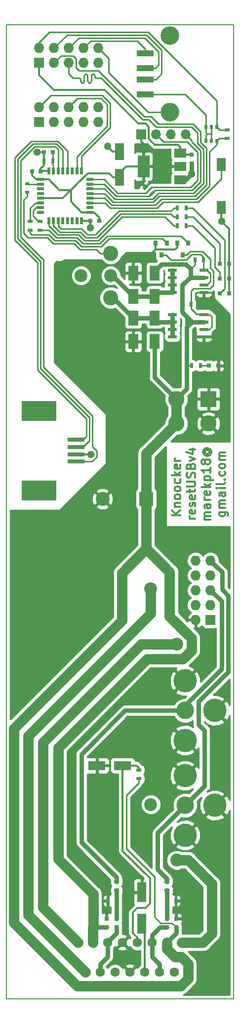
<source format=gbr>
G04 #@! TF.GenerationSoftware,KiCad,Pcbnew,(5.0.0-rc2-dev-311-g1dd4af297)*
G04 #@! TF.CreationDate,2018-06-04T15:35:21+02:00*
G04 #@! TF.ProjectId,resetUSB,72657365745553422E6B696361645F70,1.0*
G04 #@! TF.SameCoordinates,PX6ad8e7cPY2bcdfd4*
G04 #@! TF.FileFunction,Copper,L1,Top,Signal*
G04 #@! TF.FilePolarity,Positive*
%FSLAX46Y46*%
G04 Gerber Fmt 4.6, Leading zero omitted, Abs format (unit mm)*
G04 Created by KiCad (PCBNEW (5.0.0-rc2-dev-311-g1dd4af297)) date 06/04/18 15:35:21*
%MOMM*%
%LPD*%
G01*
G04 APERTURE LIST*
%ADD10C,0.200000*%
%ADD11C,0.150000*%
%ADD12C,0.300000*%
%ADD13R,0.500000X0.900000*%
%ADD14R,1.600000X3.500000*%
%ADD15R,0.900000X0.500000*%
%ADD16R,0.750000X0.800000*%
%ADD17C,1.600000*%
%ADD18R,3.000000X1.600000*%
%ADD19R,3.000000X0.700000*%
%ADD20R,6.040000X3.400000*%
%ADD21C,2.200000*%
%ADD22R,1.800000X2.500000*%
%ADD23R,0.800000X0.900000*%
%ADD24R,1.550000X0.600000*%
%ADD25O,1.727200X1.727200*%
%ADD26R,1.727200X1.727200*%
%ADD27C,4.000000*%
%ADD28C,3.000000*%
%ADD29R,0.800000X0.800000*%
%ADD30C,2.800000*%
%ADD31R,2.800000X2.800000*%
%ADD32C,2.600000*%
%ADD33R,0.600000X1.200000*%
%ADD34R,1.200000X0.600000*%
%ADD35R,0.800000X0.750000*%
%ADD36R,3.000000X1.000000*%
%ADD37C,3.200000*%
%ADD38C,2.400000*%
%ADD39R,2.400000X2.400000*%
%ADD40R,1.600000X3.000000*%
%ADD41R,2.000000X1.500000*%
%ADD42R,2.000000X3.800000*%
%ADD43R,1.600000X2.180000*%
%ADD44C,0.500000*%
%ADD45C,0.100000*%
%ADD46R,0.700000X0.600000*%
%ADD47O,1.700000X1.700000*%
%ADD48R,1.700000X1.700000*%
%ADD49R,0.510000X0.700000*%
%ADD50C,1.300000*%
%ADD51C,1.800000*%
%ADD52C,0.250000*%
%ADD53C,0.750000*%
%ADD54C,0.254000*%
G04 APERTURE END LIST*
D10*
X39000000Y-167000000D02*
X39000000Y0D01*
X0Y-167000000D02*
X39000000Y-167000000D01*
X0Y0D02*
X0Y-167000000D01*
D11*
X39000000Y0D02*
X0Y0D01*
D12*
X29853571Y-84097142D02*
X28353571Y-84097142D01*
X29853571Y-83240000D02*
X28996428Y-83882857D01*
X28353571Y-83240000D02*
X29210714Y-84097142D01*
X28853571Y-82597142D02*
X29853571Y-82597142D01*
X28996428Y-82597142D02*
X28925000Y-82525714D01*
X28853571Y-82382857D01*
X28853571Y-82168571D01*
X28925000Y-82025714D01*
X29067857Y-81954285D01*
X29853571Y-81954285D01*
X29853571Y-81025714D02*
X29782142Y-81168571D01*
X29710714Y-81240000D01*
X29567857Y-81311428D01*
X29139285Y-81311428D01*
X28996428Y-81240000D01*
X28925000Y-81168571D01*
X28853571Y-81025714D01*
X28853571Y-80811428D01*
X28925000Y-80668571D01*
X28996428Y-80597142D01*
X29139285Y-80525714D01*
X29567857Y-80525714D01*
X29710714Y-80597142D01*
X29782142Y-80668571D01*
X29853571Y-80811428D01*
X29853571Y-81025714D01*
X29853571Y-79668571D02*
X29782142Y-79811428D01*
X29710714Y-79882857D01*
X29567857Y-79954285D01*
X29139285Y-79954285D01*
X28996428Y-79882857D01*
X28925000Y-79811428D01*
X28853571Y-79668571D01*
X28853571Y-79454285D01*
X28925000Y-79311428D01*
X28996428Y-79240000D01*
X29139285Y-79168571D01*
X29567857Y-79168571D01*
X29710714Y-79240000D01*
X29782142Y-79311428D01*
X29853571Y-79454285D01*
X29853571Y-79668571D01*
X29782142Y-77882857D02*
X29853571Y-78025714D01*
X29853571Y-78311428D01*
X29782142Y-78454285D01*
X29710714Y-78525714D01*
X29567857Y-78597142D01*
X29139285Y-78597142D01*
X28996428Y-78525714D01*
X28925000Y-78454285D01*
X28853571Y-78311428D01*
X28853571Y-78025714D01*
X28925000Y-77882857D01*
X29853571Y-77240000D02*
X28353571Y-77240000D01*
X29282142Y-77097142D02*
X29853571Y-76668571D01*
X28853571Y-76668571D02*
X29425000Y-77240000D01*
X29782142Y-75454285D02*
X29853571Y-75597142D01*
X29853571Y-75882857D01*
X29782142Y-76025714D01*
X29639285Y-76097142D01*
X29067857Y-76097142D01*
X28925000Y-76025714D01*
X28853571Y-75882857D01*
X28853571Y-75597142D01*
X28925000Y-75454285D01*
X29067857Y-75382857D01*
X29210714Y-75382857D01*
X29353571Y-76097142D01*
X29853571Y-74740000D02*
X28853571Y-74740000D01*
X29139285Y-74740000D02*
X28996428Y-74668571D01*
X28925000Y-74597142D01*
X28853571Y-74454285D01*
X28853571Y-74311428D01*
X32403571Y-84704285D02*
X31403571Y-84704285D01*
X31689285Y-84704285D02*
X31546428Y-84632857D01*
X31475000Y-84561428D01*
X31403571Y-84418571D01*
X31403571Y-84275714D01*
X32332142Y-83204285D02*
X32403571Y-83347142D01*
X32403571Y-83632857D01*
X32332142Y-83775714D01*
X32189285Y-83847142D01*
X31617857Y-83847142D01*
X31475000Y-83775714D01*
X31403571Y-83632857D01*
X31403571Y-83347142D01*
X31475000Y-83204285D01*
X31617857Y-83132857D01*
X31760714Y-83132857D01*
X31903571Y-83847142D01*
X32332142Y-82561428D02*
X32403571Y-82418571D01*
X32403571Y-82132857D01*
X32332142Y-81990000D01*
X32189285Y-81918571D01*
X32117857Y-81918571D01*
X31975000Y-81990000D01*
X31903571Y-82132857D01*
X31903571Y-82347142D01*
X31832142Y-82490000D01*
X31689285Y-82561428D01*
X31617857Y-82561428D01*
X31475000Y-82490000D01*
X31403571Y-82347142D01*
X31403571Y-82132857D01*
X31475000Y-81990000D01*
X32332142Y-80704285D02*
X32403571Y-80847142D01*
X32403571Y-81132857D01*
X32332142Y-81275714D01*
X32189285Y-81347142D01*
X31617857Y-81347142D01*
X31475000Y-81275714D01*
X31403571Y-81132857D01*
X31403571Y-80847142D01*
X31475000Y-80704285D01*
X31617857Y-80632857D01*
X31760714Y-80632857D01*
X31903571Y-81347142D01*
X31403571Y-80204285D02*
X31403571Y-79632857D01*
X30903571Y-79990000D02*
X32189285Y-79990000D01*
X32332142Y-79918571D01*
X32403571Y-79775714D01*
X32403571Y-79632857D01*
X30903571Y-79132857D02*
X32117857Y-79132857D01*
X32260714Y-79061428D01*
X32332142Y-78990000D01*
X32403571Y-78847142D01*
X32403571Y-78561428D01*
X32332142Y-78418571D01*
X32260714Y-78347142D01*
X32117857Y-78275714D01*
X30903571Y-78275714D01*
X32332142Y-77632857D02*
X32403571Y-77418571D01*
X32403571Y-77061428D01*
X32332142Y-76918571D01*
X32260714Y-76847142D01*
X32117857Y-76775714D01*
X31975000Y-76775714D01*
X31832142Y-76847142D01*
X31760714Y-76918571D01*
X31689285Y-77061428D01*
X31617857Y-77347142D01*
X31546428Y-77490000D01*
X31475000Y-77561428D01*
X31332142Y-77632857D01*
X31189285Y-77632857D01*
X31046428Y-77561428D01*
X30975000Y-77490000D01*
X30903571Y-77347142D01*
X30903571Y-76990000D01*
X30975000Y-76775714D01*
X31617857Y-75632857D02*
X31689285Y-75418571D01*
X31760714Y-75347142D01*
X31903571Y-75275714D01*
X32117857Y-75275714D01*
X32260714Y-75347142D01*
X32332142Y-75418571D01*
X32403571Y-75561428D01*
X32403571Y-76132857D01*
X30903571Y-76132857D01*
X30903571Y-75632857D01*
X30975000Y-75490000D01*
X31046428Y-75418571D01*
X31189285Y-75347142D01*
X31332142Y-75347142D01*
X31475000Y-75418571D01*
X31546428Y-75490000D01*
X31617857Y-75632857D01*
X31617857Y-76132857D01*
X31403571Y-74775714D02*
X32403571Y-74418571D01*
X31403571Y-74061428D01*
X31403571Y-72847142D02*
X32403571Y-72847142D01*
X30832142Y-73204285D02*
X31903571Y-73561428D01*
X31903571Y-72632857D01*
X34953571Y-84847142D02*
X33953571Y-84847142D01*
X34096428Y-84847142D02*
X34025000Y-84775714D01*
X33953571Y-84632857D01*
X33953571Y-84418571D01*
X34025000Y-84275714D01*
X34167857Y-84204285D01*
X34953571Y-84204285D01*
X34167857Y-84204285D02*
X34025000Y-84132857D01*
X33953571Y-83990000D01*
X33953571Y-83775714D01*
X34025000Y-83632857D01*
X34167857Y-83561428D01*
X34953571Y-83561428D01*
X34953571Y-82204285D02*
X34167857Y-82204285D01*
X34025000Y-82275714D01*
X33953571Y-82418571D01*
X33953571Y-82704285D01*
X34025000Y-82847142D01*
X34882142Y-82204285D02*
X34953571Y-82347142D01*
X34953571Y-82704285D01*
X34882142Y-82847142D01*
X34739285Y-82918571D01*
X34596428Y-82918571D01*
X34453571Y-82847142D01*
X34382142Y-82704285D01*
X34382142Y-82347142D01*
X34310714Y-82204285D01*
X34953571Y-81490000D02*
X33953571Y-81490000D01*
X34239285Y-81490000D02*
X34096428Y-81418571D01*
X34025000Y-81347142D01*
X33953571Y-81204285D01*
X33953571Y-81061428D01*
X34882142Y-79990000D02*
X34953571Y-80132857D01*
X34953571Y-80418571D01*
X34882142Y-80561428D01*
X34739285Y-80632857D01*
X34167857Y-80632857D01*
X34025000Y-80561428D01*
X33953571Y-80418571D01*
X33953571Y-80132857D01*
X34025000Y-79990000D01*
X34167857Y-79918571D01*
X34310714Y-79918571D01*
X34453571Y-80632857D01*
X34953571Y-79275714D02*
X33453571Y-79275714D01*
X34382142Y-79132857D02*
X34953571Y-78704285D01*
X33953571Y-78704285D02*
X34525000Y-79275714D01*
X33953571Y-78061428D02*
X35453571Y-78061428D01*
X34025000Y-78061428D02*
X33953571Y-77918571D01*
X33953571Y-77632857D01*
X34025000Y-77490000D01*
X34096428Y-77418571D01*
X34239285Y-77347142D01*
X34667857Y-77347142D01*
X34810714Y-77418571D01*
X34882142Y-77490000D01*
X34953571Y-77632857D01*
X34953571Y-77918571D01*
X34882142Y-78061428D01*
X34953571Y-75918571D02*
X34953571Y-76775714D01*
X34953571Y-76347142D02*
X33453571Y-76347142D01*
X33667857Y-76490000D01*
X33810714Y-76632857D01*
X33882142Y-76775714D01*
X34096428Y-75061428D02*
X34025000Y-75204285D01*
X33953571Y-75275714D01*
X33810714Y-75347142D01*
X33739285Y-75347142D01*
X33596428Y-75275714D01*
X33525000Y-75204285D01*
X33453571Y-75061428D01*
X33453571Y-74775714D01*
X33525000Y-74632857D01*
X33596428Y-74561428D01*
X33739285Y-74490000D01*
X33810714Y-74490000D01*
X33953571Y-74561428D01*
X34025000Y-74632857D01*
X34096428Y-74775714D01*
X34096428Y-75061428D01*
X34167857Y-75204285D01*
X34239285Y-75275714D01*
X34382142Y-75347142D01*
X34667857Y-75347142D01*
X34810714Y-75275714D01*
X34882142Y-75204285D01*
X34953571Y-75061428D01*
X34953571Y-74775714D01*
X34882142Y-74632857D01*
X34810714Y-74561428D01*
X34667857Y-74490000D01*
X34382142Y-74490000D01*
X34239285Y-74561428D01*
X34167857Y-74632857D01*
X34096428Y-74775714D01*
X34239285Y-72918571D02*
X34167857Y-72990000D01*
X34096428Y-73132857D01*
X34096428Y-73275714D01*
X34167857Y-73418571D01*
X34239285Y-73490000D01*
X34382142Y-73561428D01*
X34525000Y-73561428D01*
X34667857Y-73490000D01*
X34739285Y-73418571D01*
X34810714Y-73275714D01*
X34810714Y-73132857D01*
X34739285Y-72990000D01*
X34667857Y-72918571D01*
X34096428Y-72918571D02*
X34667857Y-72918571D01*
X34739285Y-72847142D01*
X34739285Y-72775714D01*
X34667857Y-72632857D01*
X34525000Y-72561428D01*
X34167857Y-72561428D01*
X33953571Y-72704285D01*
X33810714Y-72918571D01*
X33739285Y-73204285D01*
X33810714Y-73490000D01*
X33953571Y-73704285D01*
X34167857Y-73847142D01*
X34453571Y-73918571D01*
X34739285Y-73847142D01*
X34953571Y-73704285D01*
X35096428Y-73490000D01*
X35167857Y-73204285D01*
X35096428Y-72918571D01*
X34953571Y-72704285D01*
X36503571Y-83525714D02*
X37717857Y-83525714D01*
X37860714Y-83597142D01*
X37932142Y-83668571D01*
X38003571Y-83811428D01*
X38003571Y-84025714D01*
X37932142Y-84168571D01*
X37432142Y-83525714D02*
X37503571Y-83668571D01*
X37503571Y-83954285D01*
X37432142Y-84097142D01*
X37360714Y-84168571D01*
X37217857Y-84240000D01*
X36789285Y-84240000D01*
X36646428Y-84168571D01*
X36575000Y-84097142D01*
X36503571Y-83954285D01*
X36503571Y-83668571D01*
X36575000Y-83525714D01*
X37503571Y-82811428D02*
X36503571Y-82811428D01*
X36646428Y-82811428D02*
X36575000Y-82740000D01*
X36503571Y-82597142D01*
X36503571Y-82382857D01*
X36575000Y-82240000D01*
X36717857Y-82168571D01*
X37503571Y-82168571D01*
X36717857Y-82168571D02*
X36575000Y-82097142D01*
X36503571Y-81954285D01*
X36503571Y-81740000D01*
X36575000Y-81597142D01*
X36717857Y-81525714D01*
X37503571Y-81525714D01*
X37503571Y-80168571D02*
X36717857Y-80168571D01*
X36575000Y-80240000D01*
X36503571Y-80382857D01*
X36503571Y-80668571D01*
X36575000Y-80811428D01*
X37432142Y-80168571D02*
X37503571Y-80311428D01*
X37503571Y-80668571D01*
X37432142Y-80811428D01*
X37289285Y-80882857D01*
X37146428Y-80882857D01*
X37003571Y-80811428D01*
X36932142Y-80668571D01*
X36932142Y-80311428D01*
X36860714Y-80168571D01*
X37503571Y-79454285D02*
X36503571Y-79454285D01*
X36003571Y-79454285D02*
X36075000Y-79525714D01*
X36146428Y-79454285D01*
X36075000Y-79382857D01*
X36003571Y-79454285D01*
X36146428Y-79454285D01*
X37503571Y-78525714D02*
X37432142Y-78668571D01*
X37289285Y-78740000D01*
X36003571Y-78740000D01*
X37360714Y-77954285D02*
X37432142Y-77882857D01*
X37503571Y-77954285D01*
X37432142Y-78025714D01*
X37360714Y-77954285D01*
X37503571Y-77954285D01*
X37432142Y-76597142D02*
X37503571Y-76740000D01*
X37503571Y-77025714D01*
X37432142Y-77168571D01*
X37360714Y-77240000D01*
X37217857Y-77311428D01*
X36789285Y-77311428D01*
X36646428Y-77240000D01*
X36575000Y-77168571D01*
X36503571Y-77025714D01*
X36503571Y-76740000D01*
X36575000Y-76597142D01*
X37503571Y-75740000D02*
X37432142Y-75882857D01*
X37360714Y-75954285D01*
X37217857Y-76025714D01*
X36789285Y-76025714D01*
X36646428Y-75954285D01*
X36575000Y-75882857D01*
X36503571Y-75740000D01*
X36503571Y-75525714D01*
X36575000Y-75382857D01*
X36646428Y-75311428D01*
X36789285Y-75240000D01*
X37217857Y-75240000D01*
X37360714Y-75311428D01*
X37432142Y-75382857D01*
X37503571Y-75525714D01*
X37503571Y-75740000D01*
X37503571Y-74597142D02*
X36503571Y-74597142D01*
X36646428Y-74597142D02*
X36575000Y-74525714D01*
X36503571Y-74382857D01*
X36503571Y-74168571D01*
X36575000Y-74025714D01*
X36717857Y-73954285D01*
X37503571Y-73954285D01*
X36717857Y-73954285D02*
X36575000Y-73882857D01*
X36503571Y-73740000D01*
X36503571Y-73525714D01*
X36575000Y-73382857D01*
X36717857Y-73311428D01*
X37503571Y-73311428D01*
D13*
X29059000Y-150166000D03*
X27559000Y-150166000D03*
D14*
X23232500Y-148696000D03*
X23232500Y-154096000D03*
D15*
X27547000Y-148376000D03*
X27547000Y-146876000D03*
D16*
X18914500Y-153226000D03*
X18914500Y-154726000D03*
X17199000Y-154726000D03*
X17199000Y-153226000D03*
X27547000Y-153214000D03*
X27547000Y-154714000D03*
D15*
X18911000Y-148376000D03*
X18911000Y-146876000D03*
D17*
X12305000Y-157300000D03*
X14845000Y-157300000D03*
X17385000Y-157300000D03*
X19925000Y-157300000D03*
X22465000Y-157300000D03*
X25005000Y-157300000D03*
X27545000Y-157300000D03*
X30085000Y-157300000D03*
X13575000Y-162380000D03*
X16115000Y-162380000D03*
X18655000Y-162380000D03*
X28815000Y-162380000D03*
X26275000Y-162380000D03*
X23735000Y-162380000D03*
X21195000Y-162380000D03*
D16*
X29137000Y-154726000D03*
X29137000Y-153226000D03*
D13*
X17399000Y-150166000D03*
X18899000Y-150166000D03*
D15*
X22693500Y-127740500D03*
X22693500Y-129240500D03*
D18*
X15540500Y-126966500D03*
X19940500Y-126966500D03*
D19*
X12000000Y-74875000D03*
X12000000Y-71125000D03*
X12000000Y-73625000D03*
X12000000Y-72375000D03*
D20*
X5580000Y-79800000D03*
X5580000Y-66200000D03*
D21*
X24770000Y-96650000D03*
X29210000Y-106180000D03*
D22*
X21775500Y-42545700D03*
X21775500Y-46545700D03*
X25458500Y-46545700D03*
X25458500Y-42545700D03*
X21775500Y-54292700D03*
X21775500Y-50292700D03*
D23*
X26566000Y-39451500D03*
X25616000Y-37451500D03*
X27516000Y-37451500D03*
X30249000Y-39451500D03*
X29299000Y-37451500D03*
X31199000Y-37451500D03*
D22*
X25458500Y-50292700D03*
X25458500Y-54292700D03*
D24*
X28486200Y-45849100D03*
X28486200Y-44579100D03*
X28486200Y-43309100D03*
X28486200Y-42039100D03*
X33886200Y-42039100D03*
X33886200Y-43309100D03*
X33886200Y-44579100D03*
X33886200Y-45849100D03*
X28486200Y-53469100D03*
X28486200Y-52199100D03*
X28486200Y-50929100D03*
X28486200Y-49659100D03*
X33886200Y-49659100D03*
X33886200Y-50929100D03*
X33886200Y-52199100D03*
X33886200Y-53469100D03*
D13*
X30198500Y-47879000D03*
X31698500Y-47879000D03*
X32320800Y-40309800D03*
X33820800Y-40309800D03*
D25*
X32460000Y-91840000D03*
X35000000Y-91840000D03*
X32460000Y-94380000D03*
X35000000Y-94380000D03*
X32460000Y-96920000D03*
X35000000Y-96920000D03*
X32460000Y-99460000D03*
X35000000Y-99460000D03*
X32460000Y-102000000D03*
D26*
X35000000Y-102000000D03*
D27*
X30658500Y-128705500D03*
X30658500Y-138905500D03*
D28*
X30658500Y-133805500D03*
D27*
X35758500Y-133805500D03*
D29*
X36360000Y-58461500D03*
X34760000Y-58461500D03*
D13*
X33262000Y-58420000D03*
X31762000Y-58420000D03*
D30*
X29158000Y-68361000D03*
X29158000Y-64161000D03*
X34658000Y-68361000D03*
D31*
X34658000Y-64161000D03*
D27*
X30658500Y-112449500D03*
X30658500Y-122649500D03*
D28*
X30658500Y-117549500D03*
D27*
X35758500Y-117549500D03*
D13*
X29309500Y-32939500D03*
X30809500Y-32939500D03*
D21*
X12810000Y-43000000D03*
X17890000Y-43000000D03*
D32*
X17890000Y-46810000D03*
X17890000Y-39190000D03*
D33*
X7292772Y-25091143D03*
X8092772Y-25091143D03*
X8892772Y-25091143D03*
X9692772Y-25091143D03*
X10492772Y-25091143D03*
X11292772Y-25091143D03*
X12092772Y-25091143D03*
X12892772Y-25091143D03*
D34*
X14342772Y-26541143D03*
X14342772Y-27341143D03*
X14342772Y-28141143D03*
X14342772Y-28941143D03*
X14342772Y-29741143D03*
X14342772Y-30541143D03*
X14342772Y-31341143D03*
X14342772Y-32141143D03*
D33*
X12892772Y-33591143D03*
X12092772Y-33591143D03*
X11292772Y-33591143D03*
X10492772Y-33591143D03*
X9692772Y-33591143D03*
X8892772Y-33591143D03*
X8092772Y-33591143D03*
X7292772Y-33591143D03*
D34*
X5842772Y-32141143D03*
X5842772Y-31341143D03*
X5842772Y-30541143D03*
X5842772Y-29741143D03*
X5842772Y-28941143D03*
X5842772Y-28141143D03*
X5842772Y-27341143D03*
X5842772Y-26541143D03*
D13*
X7937876Y-23392702D03*
X6437876Y-23392702D03*
D35*
X4403631Y-25120423D03*
X5903631Y-25120423D03*
X7949876Y-21868702D03*
X6449876Y-21868702D03*
D36*
X23833500Y-11923500D03*
X23833500Y-9423500D03*
X23833500Y-4923500D03*
X23833500Y-7423500D03*
D37*
X28043500Y-1853500D03*
X28043500Y-14993500D03*
D38*
X16500000Y-81280000D03*
D39*
X24000000Y-81280000D03*
D21*
X24770000Y-133650000D03*
X29210000Y-143180000D03*
D16*
X31748859Y-22257541D03*
X31748859Y-23757541D03*
D40*
X19380800Y-21742600D03*
X19380800Y-26142600D03*
D41*
X29818859Y-26577541D03*
X29818859Y-21977541D03*
X29818859Y-24277541D03*
D42*
X23518859Y-24277541D03*
D43*
X36856000Y-23951000D03*
X36856000Y-31351000D03*
D35*
X15922627Y-33580956D03*
X14422627Y-33580956D03*
D44*
X23879670Y-27882670D03*
D45*
G36*
X24374645Y-27741249D02*
X23738249Y-28377645D01*
X23384695Y-28024091D01*
X24021091Y-27387695D01*
X24374645Y-27741249D01*
X24374645Y-27741249D01*
G37*
D44*
X24940330Y-28943330D03*
D45*
G36*
X25435305Y-28801909D02*
X24798909Y-29438305D01*
X24445355Y-29084751D01*
X25081751Y-28448355D01*
X25435305Y-28801909D01*
X25435305Y-28801909D01*
G37*
D46*
X3596000Y-28691000D03*
X3596000Y-27291000D03*
D29*
X38225500Y-46020500D03*
X36625500Y-46020500D03*
X38225500Y-43480500D03*
X36625500Y-43480500D03*
X38225500Y-40940500D03*
X36625500Y-40940500D03*
D15*
X37872000Y-19511000D03*
X37872000Y-18011000D03*
D25*
X15774000Y-3989000D03*
X15774000Y-6529000D03*
X13234000Y-3989000D03*
X13234000Y-6529000D03*
X10694000Y-3989000D03*
X10694000Y-6529000D03*
X8154000Y-3989000D03*
X8154000Y-6529000D03*
X5614000Y-3989000D03*
D26*
X5614000Y-6529000D03*
D25*
X15774000Y-14149000D03*
X15774000Y-16689000D03*
X13234000Y-14149000D03*
X13234000Y-16689000D03*
X10694000Y-14149000D03*
X10694000Y-16689000D03*
X8154000Y-14149000D03*
X8154000Y-16689000D03*
X5614000Y-14149000D03*
D26*
X5614000Y-16689000D03*
D47*
X30760000Y-18761000D03*
X28220000Y-18761000D03*
X25680000Y-18761000D03*
D48*
X23140000Y-18761000D03*
D49*
X34216900Y-17564300D03*
X35166900Y-17564300D03*
X36116900Y-17564300D03*
X36116900Y-19884300D03*
X35166900Y-19884300D03*
X34216900Y-19884300D03*
D13*
X29309500Y-34463500D03*
X30809500Y-34463500D03*
X29309500Y-31415500D03*
X30809500Y-31415500D03*
D15*
X4114800Y-33717800D03*
X4114800Y-35217800D03*
X5765800Y-33717800D03*
X5765800Y-35217800D03*
D50*
X36917498Y-33701500D03*
X14518000Y-73618000D03*
X5293802Y-21854010D03*
X17348800Y-20853600D03*
X31748859Y-25547541D03*
X14454207Y-34838191D03*
D12*
X36856000Y-31351000D02*
X36856000Y-33640002D01*
X36856000Y-33640002D02*
X36917498Y-33701500D01*
X37567497Y-34351499D02*
X36917498Y-33701500D01*
X38225500Y-35009502D02*
X37567497Y-34351499D01*
X38225500Y-40940500D02*
X38225500Y-35009502D01*
X38225500Y-43480500D02*
X38225500Y-46020500D01*
X38225500Y-40940500D02*
X38225500Y-43480500D01*
X12000000Y-73625000D02*
X14511000Y-73625000D01*
X5308494Y-21868702D02*
X5293802Y-21854010D01*
X6449876Y-21868702D02*
X5308494Y-21868702D01*
X5903631Y-24667369D02*
X6437876Y-24133124D01*
X5903631Y-25120423D02*
X5903631Y-24667369D01*
X6437876Y-24133124D02*
X6437876Y-23392702D01*
X5903631Y-25120423D02*
X5932911Y-25091143D01*
X5932911Y-25091143D02*
X7292772Y-25091143D01*
X12892772Y-33591144D02*
X12902960Y-33580956D01*
X12902960Y-33580956D02*
X14422628Y-33580956D01*
X6437876Y-21880702D02*
X6449876Y-21868702D01*
X6437877Y-23392702D02*
X6437876Y-21880702D01*
X23869008Y-16950008D02*
X24410000Y-17491000D01*
X22654008Y-16950008D02*
X23869008Y-16950008D01*
X8176000Y-11176000D02*
X16880000Y-11176000D01*
X16880000Y-11176000D02*
X22654008Y-16950008D01*
X5614000Y-6529000D02*
X5614000Y-8614000D01*
X5614000Y-8614000D02*
X8176000Y-11176000D01*
X24410000Y-17491000D02*
X24410000Y-19523000D01*
X24410000Y-19523000D02*
X25426000Y-20539000D01*
X25426000Y-20539000D02*
X29430318Y-20539000D01*
X29430318Y-20539000D02*
X29818859Y-20927541D01*
X29818859Y-20927541D02*
X29818859Y-21977541D01*
X12892772Y-32141143D02*
X14342772Y-32141143D01*
X14342772Y-32141143D02*
X15048034Y-32141143D01*
X11080600Y-30328972D02*
X12892772Y-32141143D01*
X11080600Y-28353315D02*
X11080600Y-30328972D01*
X15048034Y-32141143D02*
X15922627Y-33015737D01*
X15922627Y-33015737D02*
X15922627Y-33580956D01*
X18280800Y-26142600D02*
X17589200Y-25451000D01*
X19380800Y-26142600D02*
X18280800Y-26142600D01*
X17589200Y-25451000D02*
X13982916Y-25451000D01*
X13982916Y-25451000D02*
X12248034Y-27185882D01*
X5137511Y-26541143D02*
X4403632Y-25807264D01*
X5842772Y-26541143D02*
X5137511Y-26541143D01*
X4403632Y-25807264D02*
X4403632Y-25120423D01*
X9104944Y-28353315D02*
X7292772Y-26541143D01*
X11080600Y-28353315D02*
X9104944Y-28353315D01*
X7292772Y-26541143D02*
X5842772Y-26541143D01*
X12248034Y-27185882D02*
X11080600Y-28353315D01*
X12248034Y-27185882D02*
X9692772Y-29741144D01*
X9692772Y-29741144D02*
X5842772Y-29741144D01*
X19471000Y-26340000D02*
X19344000Y-26213000D01*
X19344000Y-26213000D02*
X19380800Y-26176200D01*
X19380800Y-26176200D02*
X19380800Y-26142600D01*
D51*
X24000000Y-81280000D02*
X24000000Y-73519000D01*
X24000000Y-73519000D02*
X29158000Y-68361000D01*
X12096000Y-164782000D02*
X29876000Y-164782000D01*
X29972000Y-159766000D02*
X28879630Y-159766000D01*
X1270000Y-153956000D02*
X12096000Y-164782000D01*
X19812000Y-93974000D02*
X19812000Y-102108000D01*
X1270000Y-120650000D02*
X1270000Y-153956000D01*
X19812000Y-102108000D02*
X1270000Y-120650000D01*
X24000000Y-89786000D02*
X19812000Y-93974000D01*
X29876000Y-164782000D02*
X31146000Y-163512000D01*
X31146000Y-160940000D02*
X29972000Y-159766000D01*
X28879630Y-159766000D02*
X27545000Y-158431370D01*
X31146000Y-163512000D02*
X31146000Y-160940000D01*
X27545000Y-158431370D02*
X27545000Y-157300000D01*
X24000000Y-81280000D02*
X24000000Y-89786000D01*
X24000000Y-89786000D02*
X28000000Y-93786000D01*
D52*
X20574000Y-141240000D02*
X20574000Y-132080000D01*
D51*
X30288000Y-108712000D02*
X31750000Y-107250000D01*
X31750000Y-107250000D02*
X31750000Y-105156000D01*
X24130000Y-108712000D02*
X30288000Y-108712000D01*
X8914500Y-123927500D02*
X24130000Y-108712000D01*
X8914500Y-143042500D02*
X8914500Y-123927500D01*
X14914500Y-154726000D02*
X14914500Y-149042500D01*
X14914500Y-149042500D02*
X8914500Y-143042500D01*
X31750000Y-105156000D02*
X28000000Y-101406000D01*
X28000000Y-101406000D02*
X28000000Y-93786000D01*
D53*
X17199000Y-154726000D02*
X14914500Y-154726000D01*
X29137000Y-155708000D02*
X29074500Y-155770500D01*
X27545000Y-157300000D02*
X29074500Y-155770500D01*
X29137000Y-154726000D02*
X29137000Y-155708000D01*
X27613000Y-157232000D02*
X27545000Y-157300000D01*
D51*
X14845000Y-154795500D02*
X14914500Y-154726000D01*
X14845000Y-157300000D02*
X14845000Y-154795500D01*
D52*
X29137000Y-154726000D02*
X29137000Y-154701000D01*
X25400000Y-152924000D02*
X25400000Y-146066000D01*
X29137000Y-154701000D02*
X28424999Y-153988999D01*
X28424999Y-153988999D02*
X26464999Y-153988999D01*
X26464999Y-153988999D02*
X25400000Y-152924000D01*
X25400000Y-146066000D02*
X20574000Y-141240000D01*
X20574000Y-132080000D02*
X22693500Y-129960500D01*
X22693500Y-129960500D02*
X22693500Y-129240500D01*
D53*
X30186500Y-49281700D02*
X31000000Y-50095200D01*
X31000000Y-50095200D02*
X31808500Y-50903700D01*
X30948500Y-51814500D02*
X31000000Y-51763000D01*
X31000000Y-51763000D02*
X31833900Y-50929100D01*
X31000000Y-50095200D02*
X31000000Y-51763000D01*
X30186500Y-48646700D02*
X30186500Y-49281700D01*
D52*
X31566500Y-41864500D02*
X32320800Y-41110200D01*
X32320800Y-41110200D02*
X32320800Y-40309800D01*
D53*
X30948500Y-58339500D02*
X30948500Y-51814500D01*
X30948500Y-62370500D02*
X30948500Y-58339500D01*
D52*
X31762000Y-58420000D02*
X31029000Y-58420000D01*
X31029000Y-58420000D02*
X30948500Y-58339500D01*
D53*
X25458500Y-58610700D02*
X25458500Y-54292700D01*
X29158000Y-64161000D02*
X30948500Y-62370500D01*
X30198500Y-47879000D02*
X30198500Y-48634700D01*
X30198500Y-48634700D02*
X30186500Y-48646700D01*
X32087900Y-50929100D02*
X31833900Y-50929100D01*
X25458500Y-42245500D02*
X25458500Y-42545700D01*
X30774000Y-41072000D02*
X26632000Y-41072000D01*
X26632000Y-41072000D02*
X25458500Y-42245500D01*
X31566500Y-43271700D02*
X31566500Y-41864500D01*
X31566500Y-41864500D02*
X30774000Y-41072000D01*
X32087900Y-50929100D02*
X33886200Y-50929100D01*
X31603900Y-43309100D02*
X33886200Y-43309100D01*
X31566500Y-43271700D02*
X31603900Y-43309100D01*
X30186500Y-44651700D02*
X30186500Y-48646700D01*
X31566500Y-43271700D02*
X30186500Y-44651700D01*
X31808500Y-50903700D02*
X31833900Y-50929100D01*
X25458500Y-58610700D02*
X25458500Y-60461500D01*
X25458500Y-60461500D02*
X29158000Y-64161000D01*
D51*
X29158000Y-64161000D02*
X29158000Y-68361000D01*
D52*
X31964500Y-31415500D02*
X37425500Y-36876500D01*
X30809500Y-31415500D02*
X31964500Y-31415500D01*
X37425500Y-36876500D02*
X37425500Y-45220500D01*
X37425500Y-45220500D02*
X36625500Y-46020500D01*
X31964500Y-34463500D02*
X35774500Y-38273500D01*
X30809500Y-34463500D02*
X31964500Y-34463500D01*
X35774500Y-38273500D02*
X35774500Y-41575500D01*
X35774500Y-41575500D02*
X36625500Y-42426500D01*
X36625500Y-42426500D02*
X36625500Y-43480500D01*
D53*
X17890000Y-46810000D02*
X18292800Y-46810000D01*
X18292800Y-46810000D02*
X21775500Y-50292700D01*
X26094900Y-50929100D02*
X25458500Y-50292700D01*
X28486200Y-50675100D02*
X28486200Y-51945100D01*
X28486200Y-52580100D02*
X28486200Y-53215100D01*
X28486200Y-50929100D02*
X28486200Y-49659100D01*
X21775500Y-50292700D02*
X25458500Y-50292700D01*
X28486200Y-50929100D02*
X26094900Y-50929100D01*
X28486200Y-51945100D02*
X28486200Y-52580100D01*
D52*
X15379243Y-9136479D02*
X15446000Y-9144000D01*
X15175709Y-8974166D02*
X15211450Y-9031047D01*
X15146000Y-8762536D02*
X15146000Y-8844000D01*
X15080549Y-8575490D02*
X15116290Y-8632371D01*
X14846000Y-8462536D02*
X14912756Y-8470058D01*
X14715834Y-8492246D02*
X14779243Y-8470058D01*
X14658953Y-8527987D02*
X14715834Y-8492246D01*
X14611450Y-8575490D02*
X14658953Y-8527987D01*
X14575709Y-8632371D02*
X14611450Y-8575490D01*
X14553521Y-8695780D02*
X14575709Y-8632371D01*
X14546000Y-8762536D02*
X14553521Y-8695780D01*
X14546000Y-9675464D02*
X14546000Y-8762536D01*
X15258953Y-9078550D02*
X15315834Y-9114291D01*
X14538478Y-9742220D02*
X14546000Y-9675464D01*
X14516290Y-9805629D02*
X14538478Y-9742220D01*
X14480549Y-9862510D02*
X14516290Y-9805629D01*
X14433046Y-9910013D02*
X14480549Y-9862510D01*
X14376165Y-9945754D02*
X14433046Y-9910013D01*
X14312756Y-9967942D02*
X14376165Y-9945754D01*
X14246000Y-9975464D02*
X14312756Y-9967942D01*
X14179243Y-9967942D02*
X14246000Y-9975464D01*
X14115834Y-9945754D02*
X14179243Y-9967942D01*
X15211450Y-9031047D02*
X15258953Y-9078550D01*
X14058953Y-9910013D02*
X14115834Y-9945754D01*
X14011450Y-9862510D02*
X14058953Y-9910013D01*
X13975709Y-9805629D02*
X14011450Y-9862510D01*
X13953521Y-9742220D02*
X13975709Y-9805629D01*
X15033046Y-8527987D02*
X15080549Y-8575490D01*
X13946000Y-9675464D02*
X13953521Y-9742220D01*
X13946000Y-8762536D02*
X13946000Y-9675464D01*
X13938478Y-8695780D02*
X13946000Y-8762536D01*
X14779243Y-8470058D02*
X14846000Y-8462536D01*
X13916290Y-8632371D02*
X13938478Y-8695780D01*
X13880549Y-8575490D02*
X13916290Y-8632371D01*
X13833046Y-8527987D02*
X13880549Y-8575490D01*
X14912756Y-8470058D02*
X14976165Y-8492246D01*
X12858953Y-9910013D02*
X12915834Y-9945754D01*
X13458953Y-8527987D02*
X13515834Y-8492246D01*
X12811450Y-9862510D02*
X12858953Y-9910013D01*
X12746000Y-9675464D02*
X12753521Y-9742220D01*
X12775709Y-9805629D02*
X12811450Y-9862510D01*
X12746000Y-9444000D02*
X12746000Y-9675464D01*
X15315834Y-9114291D02*
X15379243Y-9136479D01*
X12716290Y-9313834D02*
X12738478Y-9377243D01*
X12738478Y-9377243D02*
X12746000Y-9444000D01*
X12680549Y-9256953D02*
X12716290Y-9313834D01*
X10694000Y-8408000D02*
X11430000Y-9144000D01*
X12633046Y-9209450D02*
X12680549Y-9256953D01*
X13112756Y-9967942D02*
X13176165Y-9945754D01*
X15138478Y-8695780D02*
X15146000Y-8762536D01*
X10694000Y-6529000D02*
X10694000Y-8408000D01*
X13046000Y-9975464D02*
X13112756Y-9967942D01*
X11430000Y-9144000D02*
X12446000Y-9144000D01*
X12446000Y-9144000D02*
X12512756Y-9151521D01*
X13515834Y-8492246D02*
X13579243Y-8470058D01*
X12753521Y-9742220D02*
X12775709Y-9805629D01*
X12512756Y-9151521D02*
X12576165Y-9173709D01*
X13411450Y-8575490D02*
X13458953Y-8527987D01*
X15116290Y-8632371D02*
X15138478Y-8695780D01*
X12576165Y-9173709D02*
X12633046Y-9209450D01*
X13280549Y-9862510D02*
X13316290Y-9805629D01*
X12915834Y-9945754D02*
X12979243Y-9967942D01*
X12979243Y-9967942D02*
X13046000Y-9975464D01*
X13176165Y-9945754D02*
X13233046Y-9910013D01*
X13233046Y-9910013D02*
X13280549Y-9862510D01*
X15146000Y-8844000D02*
X15153521Y-8910757D01*
X13316290Y-9805629D02*
X13338478Y-9742220D01*
X13338478Y-9742220D02*
X13346000Y-9675464D01*
X13346000Y-9675464D02*
X13346000Y-8762536D01*
X13346000Y-8762536D02*
X13353521Y-8695780D01*
X14976165Y-8492246D02*
X15033046Y-8527987D01*
X13353521Y-8695780D02*
X13375709Y-8632371D01*
X13579243Y-8470058D02*
X13646000Y-8462536D01*
X13375709Y-8632371D02*
X13411450Y-8575490D01*
X13646000Y-8462536D02*
X13712756Y-8470058D01*
X13712756Y-8470058D02*
X13776165Y-8492246D01*
X15153521Y-8910757D02*
X15175709Y-8974166D01*
X13776165Y-8492246D02*
X13833046Y-8527987D01*
X15446000Y-9144000D02*
X16317000Y-9144000D01*
X16317000Y-9144000D02*
X23394000Y-16221000D01*
X23394000Y-16221000D02*
X24410000Y-16221000D01*
X24410000Y-16221000D02*
X25680000Y-17491000D01*
X25680000Y-17491000D02*
X31775002Y-17491000D01*
X31775002Y-17491000D02*
X32792000Y-18507998D01*
X32792000Y-18507998D02*
X32792000Y-20285000D01*
X32792000Y-20285000D02*
X33808000Y-21301000D01*
X33808000Y-21301000D02*
X33808000Y-27143000D01*
X33808000Y-27143000D02*
X32071000Y-28880000D01*
X32071000Y-28880000D02*
X26075000Y-28880000D01*
X26075000Y-28880000D02*
X25059000Y-29896000D01*
X25059000Y-29896000D02*
X18582000Y-29896000D01*
X18582000Y-29896000D02*
X16827143Y-28141143D01*
X16827143Y-28141143D02*
X14342772Y-28141143D01*
X12507000Y-7874000D02*
X11964000Y-7331000D01*
X15809000Y-7874000D02*
X12507000Y-7874000D01*
X23648000Y-15713000D02*
X15809000Y-7874000D01*
X11964000Y-5807000D02*
X11456000Y-5299000D01*
X24792411Y-15713000D02*
X23648000Y-15713000D01*
X16865143Y-28941143D02*
X18328000Y-30404000D01*
X26087412Y-17008001D02*
X24792411Y-15713000D01*
X32055001Y-17008001D02*
X26087412Y-17008001D01*
X33300000Y-20156590D02*
X33300000Y-18253000D01*
X34316000Y-21172590D02*
X33300000Y-20156590D01*
X34316000Y-27397000D02*
X34316000Y-21172590D01*
X33300000Y-18253000D02*
X32055001Y-17008001D01*
X18328000Y-30404000D02*
X25187411Y-30404000D01*
X25187411Y-30404000D02*
X26203411Y-29388000D01*
X26203411Y-29388000D02*
X32325000Y-29388000D01*
X14342772Y-28941143D02*
X16865143Y-28941143D01*
X32325000Y-29388000D02*
X34316000Y-27397000D01*
X11964000Y-7331000D02*
X11964000Y-5807000D01*
X11456000Y-5299000D02*
X9384000Y-5299000D01*
X9384000Y-5299000D02*
X8154000Y-6529000D01*
X11898500Y-37003500D02*
X12919000Y-38024000D01*
X8342500Y-37003500D02*
X11898500Y-37003500D01*
X4104000Y-35738000D02*
X4358000Y-35992000D01*
X7331000Y-35992000D02*
X8342500Y-37003500D01*
X4358000Y-35992000D02*
X7331000Y-35992000D01*
X4104000Y-35218000D02*
X4104000Y-35738000D01*
X12919000Y-38024000D02*
X16296000Y-38024000D01*
X16296000Y-38024000D02*
X17643501Y-36676499D01*
X17643501Y-36676499D02*
X26790999Y-36676499D01*
X26790999Y-36676499D02*
X27516000Y-37401500D01*
X27516000Y-37401500D02*
X27516000Y-37451500D01*
X30810000Y-40310000D02*
X28234000Y-40310000D01*
X33810000Y-41962900D02*
X33810000Y-39906000D01*
X31750000Y-39370000D02*
X30810000Y-40310000D01*
X33274000Y-39370000D02*
X31750000Y-39370000D01*
X33810000Y-39906000D02*
X33274000Y-39370000D01*
X33886200Y-42039100D02*
X33810000Y-41962900D01*
X28234000Y-40310000D02*
X27375500Y-39451500D01*
X27375500Y-39451500D02*
X26566000Y-39451500D01*
X34361200Y-44579100D02*
X34986201Y-43954099D01*
X34361200Y-42039100D02*
X33886200Y-42039100D01*
X34986201Y-42664101D02*
X34361200Y-42039100D01*
X34986201Y-43309100D02*
X34986201Y-42664101D01*
X34986201Y-43954099D02*
X34986201Y-43309100D01*
X33886200Y-44579100D02*
X34361200Y-44579100D01*
X34986201Y-41676201D02*
X35520500Y-42210500D01*
X34986201Y-40190199D02*
X34986201Y-41676201D01*
X30249000Y-39451500D02*
X30906500Y-39451500D01*
X33658002Y-38862000D02*
X34986201Y-40190199D01*
X31496000Y-38862000D02*
X33658002Y-38862000D01*
X30906500Y-39451500D02*
X31496000Y-38862000D01*
X35520500Y-42210500D02*
X35520500Y-44604802D01*
X35520500Y-44604802D02*
X34921201Y-45204101D01*
X31698500Y-45651500D02*
X31698500Y-47179000D01*
X34921201Y-45204101D02*
X32145899Y-45204101D01*
X32145899Y-45204101D02*
X31698500Y-45651500D01*
X31698500Y-47179000D02*
X31698500Y-47879000D01*
X34802900Y-52199100D02*
X35266500Y-51735500D01*
X33886200Y-52199100D02*
X34802900Y-52199100D01*
X35266500Y-51735500D02*
X35266500Y-50073898D01*
X35266500Y-50073898D02*
X34851702Y-49659100D01*
X34851702Y-49659100D02*
X33886200Y-49659100D01*
X34361200Y-49659100D02*
X33886200Y-49659100D01*
X33886200Y-49659100D02*
X33860800Y-49633700D01*
X33860800Y-49633700D02*
X32656700Y-49633700D01*
X31698500Y-48675500D02*
X31698500Y-48579000D01*
X31698500Y-48579000D02*
X31698500Y-47879000D01*
X32656700Y-49633700D02*
X31698500Y-48675500D01*
X16042000Y-37516000D02*
X17331511Y-36226489D01*
X13173000Y-37516000D02*
X16042000Y-37516000D01*
X12152500Y-36495500D02*
X13173000Y-37516000D01*
X8596500Y-36495500D02*
X12152500Y-36495500D01*
X31199000Y-37401500D02*
X31199000Y-37451500D01*
X5755000Y-35218000D02*
X7319000Y-35218000D01*
X7319000Y-35218000D02*
X8596500Y-36495500D01*
X17331511Y-36226489D02*
X30023989Y-36226489D01*
X30023989Y-36226489D02*
X31199000Y-37401500D01*
X2453000Y-36373000D02*
X6350000Y-40270000D01*
X2453000Y-23292000D02*
X2453000Y-36373000D01*
X4866000Y-20879000D02*
X2453000Y-23292000D01*
X8422000Y-20879000D02*
X4866000Y-20879000D01*
X8892772Y-25091143D02*
X8892772Y-21349772D01*
X8892772Y-21349772D02*
X8422000Y-20879000D01*
X6350000Y-40270000D02*
X6350000Y-58674000D01*
X6350000Y-58674000D02*
X14732000Y-67056000D01*
X14732000Y-67056000D02*
X14732000Y-72294000D01*
X14732000Y-72294000D02*
X15493001Y-73055001D01*
X15493001Y-73055001D02*
X15493001Y-74086001D01*
X15493001Y-74086001D02*
X14704002Y-74875000D01*
X14704002Y-74875000D02*
X12000000Y-74875000D01*
X1437000Y-36881000D02*
X5334000Y-40778000D01*
X4242022Y-19978978D02*
X1437000Y-22784000D01*
X1437000Y-22784000D02*
X1437000Y-36881000D01*
X8794800Y-19978978D02*
X4242022Y-19978978D01*
X10492772Y-25091143D02*
X10492772Y-21676950D01*
X10492772Y-21676950D02*
X8794800Y-19978978D01*
X5334000Y-40778000D02*
X5334000Y-59182000D01*
X5334000Y-59182000D02*
X13750000Y-67598000D01*
X13150000Y-71125000D02*
X12000000Y-71125000D01*
X13750000Y-67598000D02*
X13750000Y-70525000D01*
X13750000Y-70525000D02*
X13150000Y-71125000D01*
X1945000Y-36627000D02*
X5842000Y-40524000D01*
X1945000Y-23038000D02*
X1945000Y-36627000D01*
X4554011Y-20428989D02*
X1945000Y-23038000D01*
X13150000Y-72375000D02*
X12000000Y-72375000D01*
X8608400Y-20428989D02*
X4554011Y-20428989D01*
X9692772Y-25091143D02*
X9692772Y-21513361D01*
X9692772Y-21513361D02*
X8608400Y-20428989D01*
X14224000Y-71301000D02*
X13150000Y-72375000D01*
X5842000Y-40524000D02*
X5842000Y-58928000D01*
X5842000Y-58928000D02*
X14224000Y-67310000D01*
X14224000Y-67310000D02*
X14224000Y-71301000D01*
X12092772Y-22567818D02*
X12092772Y-24241143D01*
X17298000Y-17362590D02*
X12092772Y-22567818D01*
X17298000Y-13681000D02*
X17298000Y-17362590D01*
X16236500Y-12619500D02*
X17298000Y-13681000D01*
X12223500Y-12619500D02*
X16236500Y-12619500D01*
X10694000Y-14149000D02*
X12223500Y-12619500D01*
X12092772Y-24241143D02*
X12092772Y-25091143D01*
X7651500Y-12111500D02*
X16470500Y-12111500D01*
X5614000Y-14149000D02*
X7651500Y-12111500D01*
X16470500Y-12111500D02*
X17806000Y-13447000D01*
X17806000Y-13447000D02*
X17806000Y-17634000D01*
X17806000Y-17634000D02*
X12892772Y-22547228D01*
X12892772Y-22547228D02*
X12892772Y-25091143D01*
X15280000Y-35992000D02*
X19344000Y-31928000D01*
X13930500Y-35992000D02*
X15280000Y-35992000D01*
X12910000Y-34971500D02*
X13930500Y-35992000D01*
X9358500Y-34971500D02*
X12910000Y-34971500D01*
X8892772Y-33591143D02*
X8892772Y-34505772D01*
X8892772Y-34505772D02*
X9358500Y-34971500D01*
X19344000Y-31928000D02*
X28254000Y-31928000D01*
X28254000Y-31928000D02*
X28766500Y-31415500D01*
X28766500Y-31415500D02*
X29309500Y-31415500D01*
X15788000Y-37008000D02*
X19852000Y-32944000D01*
X27218000Y-32944000D02*
X28737500Y-34463500D01*
X13427000Y-37008000D02*
X15788000Y-37008000D01*
X7292772Y-34429772D02*
X8861871Y-35998871D01*
X12417871Y-35998871D02*
X13427000Y-37008000D01*
X8861871Y-35998871D02*
X12417871Y-35998871D01*
X7292772Y-33591143D02*
X7292772Y-34429772D01*
X19852000Y-32944000D02*
X27218000Y-32944000D01*
X28737500Y-34463500D02*
X28809500Y-34463500D01*
X28809500Y-34463500D02*
X29309500Y-34463500D01*
X15534000Y-36500000D02*
X19598000Y-32436000D01*
X13676500Y-36500000D02*
X15534000Y-36500000D01*
X12719781Y-35543281D02*
X13676500Y-36500000D01*
X8092772Y-34467772D02*
X9168281Y-35543281D01*
X9168281Y-35543281D02*
X12719781Y-35543281D01*
X8092772Y-33591143D02*
X8092772Y-34467772D01*
X19598000Y-32436000D02*
X28254000Y-32436000D01*
X28254000Y-32436000D02*
X28762000Y-32944000D01*
X28762000Y-32944000D02*
X28766500Y-32939500D01*
X28766500Y-32939500D02*
X29309500Y-32939500D01*
D12*
X23240300Y-42545700D02*
X23582500Y-42203500D01*
X21775500Y-42545700D02*
X23240300Y-42545700D01*
X23582500Y-42203500D02*
X23582500Y-39797500D01*
X23582500Y-39797500D02*
X24090500Y-39289500D01*
X24090500Y-39289500D02*
X24852500Y-39289500D01*
X24852500Y-39289500D02*
X25614500Y-38527500D01*
X34658000Y-61996000D02*
X35774500Y-60879500D01*
X34658000Y-64161000D02*
X34658000Y-61996000D01*
X35774500Y-60879500D02*
X37044500Y-60879500D01*
X37044500Y-60879500D02*
X37806500Y-60117500D01*
X37806500Y-60117500D02*
X37806500Y-57831500D01*
D52*
X37806500Y-57831500D02*
X37806500Y-53259500D01*
X37806500Y-53259500D02*
X36790500Y-52243500D01*
D12*
X35520500Y-47925500D02*
X36790500Y-49195500D01*
X36790500Y-49195500D02*
X36790500Y-52243500D01*
X25614500Y-38527500D02*
X25616000Y-38526000D01*
X28916500Y-38527500D02*
X25614500Y-38527500D01*
X28986000Y-38458000D02*
X29299000Y-38145000D01*
X29299000Y-37501500D02*
X29299000Y-38145000D01*
X28986000Y-38458000D02*
X28916500Y-38527500D01*
X25616000Y-38526000D02*
X25616000Y-37451500D01*
D52*
X32472500Y-46909500D02*
X32472500Y-46147500D01*
X32472500Y-46147500D02*
X32770900Y-45849100D01*
X33488500Y-47925500D02*
X32472500Y-46909500D01*
X35222100Y-45849100D02*
X35520500Y-46147500D01*
X35520500Y-47925500D02*
X33488500Y-47925500D01*
X35520500Y-46147500D02*
X35520500Y-47925500D01*
X33886200Y-45849100D02*
X35222100Y-45849100D01*
X32770900Y-45849100D02*
X33886200Y-45849100D01*
D53*
X26362000Y-154714000D02*
X27547000Y-154714000D01*
X25005000Y-157300000D02*
X25005000Y-156071000D01*
X25005000Y-156071000D02*
X26362000Y-154714000D01*
X26275000Y-161010000D02*
X25005000Y-159740000D01*
X26275000Y-162380000D02*
X26275000Y-161010000D01*
X25005000Y-159740000D02*
X25005000Y-157300000D01*
X27547000Y-150178000D02*
X27559000Y-150166000D01*
X27559000Y-148388000D02*
X27547000Y-148376000D01*
X27547000Y-153214000D02*
X27547000Y-150178000D01*
X27559000Y-150166000D02*
X27559000Y-148388000D01*
D51*
X33700000Y-157300000D02*
X35210000Y-155790000D01*
X30085000Y-157300000D02*
X33700000Y-157300000D01*
X35210000Y-155790000D02*
X35210000Y-147210000D01*
X35210000Y-147210000D02*
X31180000Y-143180000D01*
X31180000Y-143180000D02*
X29210000Y-143180000D01*
X6305000Y-151300000D02*
X6305000Y-122981000D01*
X12305000Y-157300000D02*
X6305000Y-151300000D01*
X6305000Y-122981000D02*
X23106000Y-106180000D01*
X23106000Y-106180000D02*
X29210000Y-106180000D01*
X3770500Y-152575500D02*
X3770500Y-121959500D01*
X13575000Y-162380000D02*
X3770500Y-152575500D01*
X3770500Y-121959500D02*
X24770000Y-100960000D01*
X24770000Y-100960000D02*
X24770000Y-96650000D01*
D12*
X23735000Y-162380000D02*
X23735000Y-154598500D01*
X23735000Y-154598500D02*
X23232500Y-154096000D01*
X23909500Y-151366500D02*
X24638000Y-150638000D01*
X22470500Y-151366500D02*
X23909500Y-151366500D01*
X21665001Y-152171999D02*
X22470500Y-151366500D01*
X21665001Y-155665001D02*
X21665001Y-152171999D01*
X22465000Y-156465000D02*
X21665001Y-155665001D01*
X22465000Y-157300000D02*
X22465000Y-156465000D01*
X24638000Y-150638000D02*
X24638000Y-146320000D01*
X24638000Y-146320000D02*
X19940500Y-141622500D01*
X19940500Y-141622500D02*
X19940500Y-126966500D01*
X22312500Y-126966500D02*
X22693500Y-127347500D01*
X22693500Y-127347500D02*
X22693500Y-127740500D01*
X19940500Y-126966500D02*
X22312500Y-126966500D01*
D53*
X18914500Y-155684500D02*
X18914500Y-154726000D01*
X17385000Y-157214000D02*
X18914500Y-155684500D01*
X17385000Y-157300000D02*
X17385000Y-157214000D01*
X16115000Y-161010000D02*
X17385000Y-159740000D01*
X16115000Y-162380000D02*
X16115000Y-161010000D01*
X17385000Y-159740000D02*
X17385000Y-157300000D01*
X18899000Y-148388000D02*
X18911000Y-148376000D01*
X18899000Y-150166000D02*
X18899000Y-148388000D01*
X18911000Y-150178000D02*
X18899000Y-150166000D01*
X18899000Y-153210500D02*
X18914500Y-153226000D01*
X18899000Y-150166000D02*
X18899000Y-153210500D01*
D52*
X30809500Y-32939500D02*
X32053502Y-32939500D01*
X36625500Y-38108500D02*
X36625500Y-37511498D01*
X36625500Y-37511498D02*
X32053502Y-32939500D01*
X36625500Y-40940500D02*
X36625500Y-38108500D01*
X8088500Y-37511500D02*
X7072500Y-36495500D01*
X11644500Y-37511500D02*
X8088500Y-37511500D01*
X15454500Y-38527500D02*
X12660500Y-38527500D01*
X2961000Y-30023000D02*
X3596000Y-29388000D01*
X12660500Y-38527500D02*
X11644500Y-37511500D01*
X17890000Y-39190000D02*
X16117000Y-39190000D01*
X16117000Y-39190000D02*
X15454500Y-38527500D01*
X7072500Y-36495500D02*
X3723000Y-36495500D01*
X3723000Y-36495500D02*
X2961000Y-35733500D01*
X2961000Y-35733500D02*
X2961000Y-30023000D01*
X3596000Y-29388000D02*
X3596000Y-28691000D01*
D53*
X17890000Y-43000000D02*
X18229800Y-43000000D01*
X18229800Y-43000000D02*
X21775500Y-46545700D01*
X28486200Y-45849100D02*
X28486200Y-44579100D01*
X25458500Y-46545700D02*
X25476300Y-46545700D01*
X28486200Y-43309100D02*
X28486200Y-42039100D01*
X21775500Y-46545700D02*
X25458500Y-46545700D01*
X28486200Y-45849100D02*
X26155100Y-45849100D01*
X26155100Y-45849100D02*
X25458500Y-46545700D01*
X28486200Y-44579100D02*
X28486200Y-43309100D01*
D52*
X24495660Y-29388000D02*
X18836000Y-29388000D01*
X24940330Y-28943330D02*
X24495660Y-29388000D01*
X18836000Y-29388000D02*
X16789143Y-27341143D01*
X16789143Y-27341143D02*
X15192772Y-27341143D01*
X15192772Y-27341143D02*
X14342772Y-27341143D01*
X31776000Y-20031000D02*
X31776000Y-19777000D01*
X33300000Y-21555000D02*
X31776000Y-20031000D01*
X33300000Y-26889000D02*
X33300000Y-21555000D01*
X25511660Y-28372000D02*
X31817000Y-28372000D01*
X31817000Y-28372000D02*
X33300000Y-26889000D01*
X24940330Y-28943330D02*
X25511660Y-28372000D01*
X31776000Y-19777000D02*
X30760000Y-18761000D01*
X15192772Y-29741143D02*
X14342772Y-29741143D01*
X16903143Y-29741143D02*
X15192772Y-29741143D01*
X18074000Y-30912000D02*
X16903143Y-29741143D01*
X25567000Y-30912000D02*
X18074000Y-30912000D01*
X36116900Y-20516100D02*
X34824000Y-21809000D01*
X26583000Y-29896000D02*
X25567000Y-30912000D01*
X36116900Y-19884300D02*
X36116900Y-20516100D01*
X34824000Y-21809000D02*
X34824000Y-27651000D01*
X34824000Y-27651000D02*
X32579000Y-29896000D01*
X32579000Y-29896000D02*
X26583000Y-29896000D01*
X31563000Y-27864000D02*
X24932000Y-27864000D01*
X32792000Y-26635000D02*
X31563000Y-27864000D01*
X32792000Y-21809000D02*
X32792000Y-26635000D01*
X31014000Y-20031000D02*
X32792000Y-21809000D01*
X25680000Y-18761000D02*
X26950000Y-20031000D01*
X26950000Y-20031000D02*
X31014000Y-20031000D01*
X24932000Y-27864000D02*
X23916000Y-28880000D01*
X23916000Y-28880000D02*
X19091410Y-28880000D01*
X19091410Y-28880000D02*
X16752553Y-26541143D01*
X16752553Y-26541143D02*
X15192772Y-26541143D01*
X15192772Y-26541143D02*
X14342772Y-26541143D01*
X8092772Y-24241143D02*
X8086317Y-24241143D01*
X8086317Y-24241143D02*
X7937876Y-24092702D01*
X7937876Y-24092702D02*
X7937876Y-23392702D01*
X8041000Y-24189371D02*
X8092772Y-24241143D01*
X8092772Y-25091143D02*
X8092772Y-24241143D01*
X7949876Y-21868702D02*
X7937876Y-21880702D01*
X7937876Y-21880702D02*
X7937876Y-23392702D01*
D12*
X19380800Y-21742600D02*
X18237800Y-21742600D01*
D53*
X31748859Y-23757541D02*
X31748859Y-25547541D01*
D12*
X18237800Y-21742600D02*
X17348800Y-20853600D01*
D53*
X30718859Y-26577541D02*
X31748859Y-25547541D01*
X30718859Y-26577541D02*
X29818859Y-26577541D01*
D12*
X14454207Y-33612535D02*
X14454207Y-34838191D01*
X14422628Y-33580956D02*
X14454207Y-33612535D01*
D52*
X5842772Y-27341143D02*
X3646143Y-27341143D01*
X3646143Y-27341143D02*
X3596000Y-27291000D01*
X4104000Y-31429915D02*
X4104000Y-33718000D01*
X5842772Y-30541143D02*
X4992772Y-30541143D01*
X4992772Y-30541143D02*
X4104000Y-31429915D01*
X4612000Y-31801000D02*
X4612000Y-32775000D01*
X4612000Y-32775000D02*
X5555000Y-33718000D01*
X5555000Y-33718000D02*
X5755000Y-33718000D01*
X5071857Y-31341143D02*
X4612000Y-31801000D01*
X5842772Y-31341143D02*
X5071857Y-31341143D01*
X36856000Y-26381000D02*
X32833000Y-30404000D01*
X17820000Y-31420000D02*
X16941143Y-30541143D01*
X32833000Y-30404000D02*
X26837000Y-30404000D01*
X26837000Y-30404000D02*
X25821000Y-31420000D01*
X25821000Y-31420000D02*
X17820000Y-31420000D01*
X16941143Y-30541143D02*
X14342772Y-30541143D01*
X36856000Y-23951000D02*
X36856000Y-26381000D01*
D12*
X30098859Y-22257541D02*
X31748859Y-22257541D01*
X29818859Y-21977541D02*
X30098859Y-22257541D01*
X31748859Y-22257541D02*
X31748859Y-22282541D01*
X23632183Y-27635183D02*
X23140000Y-27143000D01*
X23879670Y-27882670D02*
X23632183Y-27635183D01*
X23518859Y-24277541D02*
X24818859Y-24277541D01*
X24818859Y-24277541D02*
X29818859Y-24277541D01*
X23518859Y-20409859D02*
X23140000Y-20031000D01*
X23140000Y-20031000D02*
X23140000Y-18761000D01*
X23518859Y-24277541D02*
X23518859Y-20409859D01*
X23518859Y-24277541D02*
X20545859Y-24277541D01*
X20545859Y-24277541D02*
X19380800Y-25442600D01*
X19380800Y-25442600D02*
X19380800Y-26142600D01*
X23140000Y-27143000D02*
X23518859Y-26764141D01*
X23518859Y-26764141D02*
X23518859Y-24277541D01*
D52*
X17526000Y-5741000D02*
X17526000Y-8201002D01*
X15774000Y-3989000D02*
X17526000Y-5741000D01*
X17526000Y-8201002D02*
X24318498Y-14993500D01*
X24318498Y-14993500D02*
X28043500Y-14993500D01*
X12432000Y-2251000D02*
X23746002Y-2251000D01*
X10694000Y-3989000D02*
X12432000Y-2251000D01*
X23746002Y-2251000D02*
X26138500Y-4643498D01*
X26138500Y-4643498D02*
X26138500Y-6899500D01*
X26138500Y-6899500D02*
X25614500Y-7423500D01*
X25614500Y-7423500D02*
X23833500Y-7423500D01*
X13234000Y-3989000D02*
X14464000Y-2759000D01*
X14464000Y-2759000D02*
X22419000Y-2759000D01*
X22419000Y-2759000D02*
X23833500Y-4173500D01*
X23833500Y-4173500D02*
X23833500Y-4923500D01*
X10400000Y-1743000D02*
X24030000Y-1743000D01*
X8154000Y-3989000D02*
X10400000Y-1743000D01*
X24030000Y-1743000D02*
X26646500Y-4359500D01*
X26646500Y-4359500D02*
X26646500Y-8423500D01*
X26646500Y-8423500D02*
X25646500Y-9423500D01*
X25646500Y-9423500D02*
X23833500Y-9423500D01*
X30654500Y-11923500D02*
X34216900Y-15485900D01*
X34216900Y-15485900D02*
X34216900Y-17564300D01*
X23833500Y-11923500D02*
X30654500Y-11923500D01*
X5614000Y-3013000D02*
X7392000Y-1235000D01*
X5614000Y-3989000D02*
X5614000Y-3013000D01*
X7392000Y-1235000D02*
X24284000Y-1235000D01*
X24284000Y-1235000D02*
X36116900Y-13067900D01*
X36116900Y-13067900D02*
X36116900Y-17564300D01*
X37872000Y-18011000D02*
X36563600Y-18011000D01*
X36563600Y-18011000D02*
X36116900Y-17564300D01*
X37872000Y-19511000D02*
X36490200Y-19511000D01*
X36490200Y-19511000D02*
X36116900Y-19884300D01*
X35166900Y-18724300D02*
X35166900Y-19884300D01*
X35166900Y-18724300D02*
X35166900Y-17564300D01*
X34216900Y-18536300D02*
X34216900Y-17564300D01*
X34404900Y-18724300D02*
X34216900Y-18536300D01*
X34216900Y-18912300D02*
X34216900Y-19884300D01*
X34404900Y-18724300D02*
X34216900Y-18912300D01*
X35166900Y-18724300D02*
X34404900Y-18724300D01*
D53*
X20372500Y-117549500D02*
X12911000Y-125011000D01*
X30658500Y-117549500D02*
X20372500Y-117549500D01*
X12911000Y-125011000D02*
X12911000Y-140165000D01*
X12911000Y-140165000D02*
X18911000Y-146165000D01*
X18911000Y-146165000D02*
X18911000Y-146876000D01*
X36917500Y-110410500D02*
X36917500Y-98837500D01*
X36917500Y-98837500D02*
X35000000Y-96920000D01*
X30658500Y-116669500D02*
X36917500Y-110410500D01*
X30658500Y-117549500D02*
X30658500Y-116669500D01*
X27547000Y-146419000D02*
X25908000Y-144780000D01*
X27547000Y-146876000D02*
X27547000Y-146419000D01*
X25908000Y-144780000D02*
X25908000Y-138556000D01*
X25908000Y-138556000D02*
X30658500Y-133805500D01*
X38060500Y-110918500D02*
X38060500Y-97851370D01*
X32980500Y-115998500D02*
X38060500Y-110918500D01*
X32980500Y-119935500D02*
X32980500Y-115998500D01*
X33996500Y-120951500D02*
X32980500Y-119935500D01*
X30658500Y-133805500D02*
X33996500Y-130467500D01*
X33996500Y-130467500D02*
X33996500Y-120951500D01*
X38060500Y-97851370D02*
X37000000Y-96790870D01*
X37000000Y-96790870D02*
X37000000Y-93840000D01*
X37000000Y-93840000D02*
X35863599Y-92703599D01*
X35863599Y-92703599D02*
X35000000Y-91840000D01*
D52*
X34760000Y-58461500D02*
X33303500Y-58461500D01*
X33303500Y-58461500D02*
X33262000Y-58420000D01*
D54*
G36*
X24816253Y-21039411D02*
X24860047Y-21104953D01*
X24925589Y-21148747D01*
X24925591Y-21148749D01*
X25052927Y-21233832D01*
X25119708Y-21278454D01*
X25348684Y-21324000D01*
X25348688Y-21324000D01*
X25426000Y-21339378D01*
X25503312Y-21324000D01*
X28171419Y-21324000D01*
X28171419Y-22727541D01*
X28220702Y-22975306D01*
X28321786Y-23126588D01*
X28280532Y-23167842D01*
X28183859Y-23401231D01*
X28183859Y-23991791D01*
X28342609Y-24150541D01*
X29691859Y-24150541D01*
X29691859Y-24130541D01*
X29945859Y-24130541D01*
X29945859Y-24150541D01*
X29965859Y-24150541D01*
X29965859Y-24404541D01*
X29945859Y-24404541D01*
X29945859Y-24424541D01*
X29691859Y-24424541D01*
X29691859Y-24404541D01*
X28342609Y-24404541D01*
X28183859Y-24563291D01*
X28183859Y-25153851D01*
X28280532Y-25387240D01*
X28321786Y-25428494D01*
X28220702Y-25579776D01*
X28171419Y-25827541D01*
X28171419Y-27104000D01*
X25006847Y-27104000D01*
X24932000Y-27089112D01*
X24857153Y-27104000D01*
X24857148Y-27104000D01*
X24635463Y-27148096D01*
X24384071Y-27316071D01*
X24341671Y-27379527D01*
X23755154Y-27966044D01*
X23687337Y-27898227D01*
X23701479Y-27884084D01*
X23276331Y-27458936D01*
X23051825Y-27458936D01*
X22846368Y-27664393D01*
X22749695Y-27897782D01*
X22749696Y-28032000D01*
X21997000Y-28032000D01*
X21997000Y-27054825D01*
X23455936Y-27054825D01*
X23455936Y-27279331D01*
X23881084Y-27704479D01*
X24446239Y-27139324D01*
X24446239Y-26914818D01*
X24380790Y-26849368D01*
X24291881Y-26812541D01*
X24645168Y-26812541D01*
X24878557Y-26715868D01*
X25057186Y-26537240D01*
X25153859Y-26303851D01*
X25153859Y-24563291D01*
X24995109Y-24404541D01*
X23645859Y-24404541D01*
X23645859Y-26653791D01*
X23788703Y-26796635D01*
X23661393Y-26849368D01*
X23455936Y-27054825D01*
X21997000Y-27054825D01*
X21997000Y-26553708D01*
X22159161Y-26715868D01*
X22392550Y-26812541D01*
X23233109Y-26812541D01*
X23391859Y-26653791D01*
X23391859Y-24404541D01*
X23371859Y-24404541D01*
X23371859Y-24150541D01*
X23391859Y-24150541D01*
X23391859Y-21901291D01*
X23645859Y-21901291D01*
X23645859Y-24150541D01*
X24995109Y-24150541D01*
X25153859Y-23991791D01*
X25153859Y-22251231D01*
X25057186Y-22017842D01*
X24878557Y-21839214D01*
X24645168Y-21742541D01*
X23804609Y-21742541D01*
X23645859Y-21901291D01*
X23391859Y-21901291D01*
X23233109Y-21742541D01*
X22392550Y-21742541D01*
X22159161Y-21839214D01*
X21997000Y-22001374D01*
X21997000Y-20412000D01*
X24188843Y-20412000D01*
X24816253Y-21039411D01*
X24816253Y-21039411D01*
G37*
X24816253Y-21039411D02*
X24860047Y-21104953D01*
X24925589Y-21148747D01*
X24925591Y-21148749D01*
X25052927Y-21233832D01*
X25119708Y-21278454D01*
X25348684Y-21324000D01*
X25348688Y-21324000D01*
X25426000Y-21339378D01*
X25503312Y-21324000D01*
X28171419Y-21324000D01*
X28171419Y-22727541D01*
X28220702Y-22975306D01*
X28321786Y-23126588D01*
X28280532Y-23167842D01*
X28183859Y-23401231D01*
X28183859Y-23991791D01*
X28342609Y-24150541D01*
X29691859Y-24150541D01*
X29691859Y-24130541D01*
X29945859Y-24130541D01*
X29945859Y-24150541D01*
X29965859Y-24150541D01*
X29965859Y-24404541D01*
X29945859Y-24404541D01*
X29945859Y-24424541D01*
X29691859Y-24424541D01*
X29691859Y-24404541D01*
X28342609Y-24404541D01*
X28183859Y-24563291D01*
X28183859Y-25153851D01*
X28280532Y-25387240D01*
X28321786Y-25428494D01*
X28220702Y-25579776D01*
X28171419Y-25827541D01*
X28171419Y-27104000D01*
X25006847Y-27104000D01*
X24932000Y-27089112D01*
X24857153Y-27104000D01*
X24857148Y-27104000D01*
X24635463Y-27148096D01*
X24384071Y-27316071D01*
X24341671Y-27379527D01*
X23755154Y-27966044D01*
X23687337Y-27898227D01*
X23701479Y-27884084D01*
X23276331Y-27458936D01*
X23051825Y-27458936D01*
X22846368Y-27664393D01*
X22749695Y-27897782D01*
X22749696Y-28032000D01*
X21997000Y-28032000D01*
X21997000Y-27054825D01*
X23455936Y-27054825D01*
X23455936Y-27279331D01*
X23881084Y-27704479D01*
X24446239Y-27139324D01*
X24446239Y-26914818D01*
X24380790Y-26849368D01*
X24291881Y-26812541D01*
X24645168Y-26812541D01*
X24878557Y-26715868D01*
X25057186Y-26537240D01*
X25153859Y-26303851D01*
X25153859Y-24563291D01*
X24995109Y-24404541D01*
X23645859Y-24404541D01*
X23645859Y-26653791D01*
X23788703Y-26796635D01*
X23661393Y-26849368D01*
X23455936Y-27054825D01*
X21997000Y-27054825D01*
X21997000Y-26553708D01*
X22159161Y-26715868D01*
X22392550Y-26812541D01*
X23233109Y-26812541D01*
X23391859Y-26653791D01*
X23391859Y-24404541D01*
X23371859Y-24404541D01*
X23371859Y-24150541D01*
X23391859Y-24150541D01*
X23391859Y-21901291D01*
X23645859Y-21901291D01*
X23645859Y-24150541D01*
X24995109Y-24150541D01*
X25153859Y-23991791D01*
X25153859Y-22251231D01*
X25057186Y-22017842D01*
X24878557Y-21839214D01*
X24645168Y-21742541D01*
X23804609Y-21742541D01*
X23645859Y-21901291D01*
X23391859Y-21901291D01*
X23233109Y-21742541D01*
X22392550Y-21742541D01*
X22159161Y-21839214D01*
X21997000Y-22001374D01*
X21997000Y-20412000D01*
X24188843Y-20412000D01*
X24816253Y-21039411D01*
G36*
X38265000Y-116704377D02*
X38004243Y-116074853D01*
X37633522Y-115854084D01*
X35938105Y-117549500D01*
X37633522Y-119244916D01*
X38004243Y-119024147D01*
X38265000Y-118380063D01*
X38265000Y-132960377D01*
X38004243Y-132330853D01*
X37633522Y-132110084D01*
X35938105Y-133805500D01*
X37633522Y-135500916D01*
X38004243Y-135280147D01*
X38265000Y-134636063D01*
X38265000Y-166265000D01*
X30288604Y-166265000D01*
X30474927Y-166227938D01*
X30982673Y-165888673D01*
X31068312Y-165760505D01*
X32124508Y-164704310D01*
X32252673Y-164618673D01*
X32591938Y-164110927D01*
X32681000Y-163663182D01*
X32681000Y-163663178D01*
X32711071Y-163512001D01*
X32681000Y-163360824D01*
X32681000Y-161091182D01*
X32711072Y-160940000D01*
X32591938Y-160341072D01*
X32403196Y-160058601D01*
X32252673Y-159833327D01*
X32124505Y-159747688D01*
X31211817Y-158835000D01*
X33548823Y-158835000D01*
X33700000Y-158865071D01*
X33851177Y-158835000D01*
X33851182Y-158835000D01*
X34298927Y-158745938D01*
X34806673Y-158406673D01*
X34892312Y-158278505D01*
X36188508Y-156982310D01*
X36316673Y-156896673D01*
X36655938Y-156388927D01*
X36745000Y-155941182D01*
X36745000Y-155941178D01*
X36775071Y-155790001D01*
X36745000Y-155638824D01*
X36745000Y-147361182D01*
X36775072Y-147210000D01*
X36655938Y-146611073D01*
X36316673Y-146103327D01*
X36188505Y-146017688D01*
X32372312Y-142201495D01*
X32286673Y-142073327D01*
X31778927Y-141734062D01*
X31331182Y-141645000D01*
X31331177Y-141645000D01*
X31180000Y-141614929D01*
X31028823Y-141645000D01*
X30037956Y-141645000D01*
X29555113Y-141445000D01*
X28864887Y-141445000D01*
X28227201Y-141709138D01*
X27739138Y-142197201D01*
X27475000Y-142834887D01*
X27475000Y-143525113D01*
X27739138Y-144162799D01*
X28227201Y-144650862D01*
X28864887Y-144915000D01*
X29555113Y-144915000D01*
X30037956Y-144715000D01*
X30544183Y-144715000D01*
X33675001Y-147845818D01*
X33675000Y-155154182D01*
X33064183Y-155765000D01*
X30155448Y-155765000D01*
X30166786Y-155708001D01*
X30147000Y-155608530D01*
X30147000Y-155188541D01*
X30159440Y-155126000D01*
X30159440Y-154326000D01*
X30110157Y-154078235D01*
X30049127Y-153986898D01*
X30050327Y-153985698D01*
X30147000Y-153752309D01*
X30147000Y-153511750D01*
X29988250Y-153353000D01*
X29264000Y-153353000D01*
X29264000Y-153373000D01*
X29010000Y-153373000D01*
X29010000Y-153353000D01*
X28990000Y-153353000D01*
X28990000Y-153099000D01*
X29010000Y-153099000D01*
X29010000Y-152349750D01*
X29264000Y-152349750D01*
X29264000Y-153099000D01*
X29988250Y-153099000D01*
X30147000Y-152940250D01*
X30147000Y-152699691D01*
X30050327Y-152466302D01*
X29871699Y-152287673D01*
X29638310Y-152191000D01*
X29422750Y-152191000D01*
X29264000Y-152349750D01*
X29010000Y-152349750D01*
X28851250Y-152191000D01*
X28635690Y-152191000D01*
X28557000Y-152223595D01*
X28557000Y-151198937D01*
X28682691Y-151251000D01*
X28775250Y-151251000D01*
X28934000Y-151092250D01*
X28934000Y-150293000D01*
X29184000Y-150293000D01*
X29184000Y-151092250D01*
X29342750Y-151251000D01*
X29435309Y-151251000D01*
X29668698Y-151154327D01*
X29847327Y-150975699D01*
X29944000Y-150742310D01*
X29944000Y-150451750D01*
X29785250Y-150293000D01*
X29184000Y-150293000D01*
X28934000Y-150293000D01*
X28912000Y-150293000D01*
X28912000Y-150039000D01*
X28934000Y-150039000D01*
X28934000Y-149239750D01*
X29184000Y-149239750D01*
X29184000Y-150039000D01*
X29785250Y-150039000D01*
X29944000Y-149880250D01*
X29944000Y-149589690D01*
X29847327Y-149356301D01*
X29668698Y-149177673D01*
X29435309Y-149081000D01*
X29342750Y-149081000D01*
X29184000Y-149239750D01*
X28934000Y-149239750D01*
X28775250Y-149081000D01*
X28682691Y-149081000D01*
X28569000Y-149128092D01*
X28569000Y-148912911D01*
X28595157Y-148873765D01*
X28644440Y-148626000D01*
X28644440Y-148126000D01*
X28595157Y-147878235D01*
X28454809Y-147668191D01*
X28391666Y-147626000D01*
X28454809Y-147583809D01*
X28595157Y-147373765D01*
X28644440Y-147126000D01*
X28644440Y-146626000D01*
X28595157Y-146378235D01*
X28557453Y-146321808D01*
X28557000Y-146319528D01*
X28557000Y-146319525D01*
X28498399Y-146024919D01*
X28275169Y-145690831D01*
X28190837Y-145634482D01*
X26918000Y-144361645D01*
X26918000Y-140780522D01*
X28963084Y-140780522D01*
X29183853Y-141151243D01*
X30155512Y-141544619D01*
X31203747Y-141536213D01*
X32133147Y-141151243D01*
X32353916Y-140780522D01*
X30658500Y-139085105D01*
X28963084Y-140780522D01*
X26918000Y-140780522D01*
X26918000Y-138974355D01*
X28379598Y-137512757D01*
X28019381Y-138402512D01*
X28027787Y-139450747D01*
X28412757Y-140380147D01*
X28783478Y-140600916D01*
X30478895Y-138905500D01*
X30838105Y-138905500D01*
X32533522Y-140600916D01*
X32904243Y-140380147D01*
X33297619Y-139408488D01*
X33289213Y-138360253D01*
X32904243Y-137430853D01*
X32533522Y-137210084D01*
X30838105Y-138905500D01*
X30478895Y-138905500D01*
X30464752Y-138891358D01*
X30644358Y-138711752D01*
X30658500Y-138725895D01*
X32353916Y-137030478D01*
X32133147Y-136659757D01*
X31161488Y-136266381D01*
X30113253Y-136274787D01*
X29267067Y-136625289D01*
X30034442Y-135857914D01*
X30233822Y-135940500D01*
X31083178Y-135940500D01*
X31710820Y-135680522D01*
X34063084Y-135680522D01*
X34283853Y-136051243D01*
X35255512Y-136444619D01*
X36303747Y-136436213D01*
X37233147Y-136051243D01*
X37453916Y-135680522D01*
X35758500Y-133985105D01*
X34063084Y-135680522D01*
X31710820Y-135680522D01*
X31867880Y-135615466D01*
X32468466Y-135014880D01*
X32793500Y-134230178D01*
X32793500Y-133380822D01*
X32710914Y-133181441D01*
X33479598Y-132412758D01*
X33119381Y-133302512D01*
X33127787Y-134350747D01*
X33512757Y-135280147D01*
X33883478Y-135500916D01*
X35578895Y-133805500D01*
X35564752Y-133791358D01*
X35744358Y-133611752D01*
X35758500Y-133625895D01*
X37453916Y-131930478D01*
X37233147Y-131559757D01*
X36261488Y-131166381D01*
X35213253Y-131174787D01*
X34367067Y-131525288D01*
X34640341Y-131252015D01*
X34724669Y-131195669D01*
X34781016Y-131111340D01*
X34781018Y-131111338D01*
X34947898Y-130861583D01*
X34947899Y-130861582D01*
X35006500Y-130566976D01*
X35006500Y-130566971D01*
X35026286Y-130467500D01*
X35006500Y-130368029D01*
X35006500Y-121050971D01*
X35026286Y-120951500D01*
X35006500Y-120852029D01*
X35006500Y-120852024D01*
X34947899Y-120557418D01*
X34845226Y-120403757D01*
X34781018Y-120307662D01*
X34781016Y-120307660D01*
X34724669Y-120223331D01*
X34640340Y-120166984D01*
X33990500Y-119517145D01*
X33990500Y-119497108D01*
X34063085Y-119424523D01*
X34283853Y-119795243D01*
X35255512Y-120188619D01*
X36303747Y-120180213D01*
X37233147Y-119795243D01*
X37453916Y-119424522D01*
X35758500Y-117729105D01*
X35744358Y-117743248D01*
X35564752Y-117563642D01*
X35578895Y-117549500D01*
X35564753Y-117535358D01*
X35744358Y-117355753D01*
X35758500Y-117369895D01*
X37453916Y-115674478D01*
X37233147Y-115303757D01*
X36261488Y-114910381D01*
X35490794Y-114916561D01*
X38265000Y-112142356D01*
X38265000Y-116704377D01*
X38265000Y-116704377D01*
G37*
X38265000Y-116704377D02*
X38004243Y-116074853D01*
X37633522Y-115854084D01*
X35938105Y-117549500D01*
X37633522Y-119244916D01*
X38004243Y-119024147D01*
X38265000Y-118380063D01*
X38265000Y-132960377D01*
X38004243Y-132330853D01*
X37633522Y-132110084D01*
X35938105Y-133805500D01*
X37633522Y-135500916D01*
X38004243Y-135280147D01*
X38265000Y-134636063D01*
X38265000Y-166265000D01*
X30288604Y-166265000D01*
X30474927Y-166227938D01*
X30982673Y-165888673D01*
X31068312Y-165760505D01*
X32124508Y-164704310D01*
X32252673Y-164618673D01*
X32591938Y-164110927D01*
X32681000Y-163663182D01*
X32681000Y-163663178D01*
X32711071Y-163512001D01*
X32681000Y-163360824D01*
X32681000Y-161091182D01*
X32711072Y-160940000D01*
X32591938Y-160341072D01*
X32403196Y-160058601D01*
X32252673Y-159833327D01*
X32124505Y-159747688D01*
X31211817Y-158835000D01*
X33548823Y-158835000D01*
X33700000Y-158865071D01*
X33851177Y-158835000D01*
X33851182Y-158835000D01*
X34298927Y-158745938D01*
X34806673Y-158406673D01*
X34892312Y-158278505D01*
X36188508Y-156982310D01*
X36316673Y-156896673D01*
X36655938Y-156388927D01*
X36745000Y-155941182D01*
X36745000Y-155941178D01*
X36775071Y-155790001D01*
X36745000Y-155638824D01*
X36745000Y-147361182D01*
X36775072Y-147210000D01*
X36655938Y-146611073D01*
X36316673Y-146103327D01*
X36188505Y-146017688D01*
X32372312Y-142201495D01*
X32286673Y-142073327D01*
X31778927Y-141734062D01*
X31331182Y-141645000D01*
X31331177Y-141645000D01*
X31180000Y-141614929D01*
X31028823Y-141645000D01*
X30037956Y-141645000D01*
X29555113Y-141445000D01*
X28864887Y-141445000D01*
X28227201Y-141709138D01*
X27739138Y-142197201D01*
X27475000Y-142834887D01*
X27475000Y-143525113D01*
X27739138Y-144162799D01*
X28227201Y-144650862D01*
X28864887Y-144915000D01*
X29555113Y-144915000D01*
X30037956Y-144715000D01*
X30544183Y-144715000D01*
X33675001Y-147845818D01*
X33675000Y-155154182D01*
X33064183Y-155765000D01*
X30155448Y-155765000D01*
X30166786Y-155708001D01*
X30147000Y-155608530D01*
X30147000Y-155188541D01*
X30159440Y-155126000D01*
X30159440Y-154326000D01*
X30110157Y-154078235D01*
X30049127Y-153986898D01*
X30050327Y-153985698D01*
X30147000Y-153752309D01*
X30147000Y-153511750D01*
X29988250Y-153353000D01*
X29264000Y-153353000D01*
X29264000Y-153373000D01*
X29010000Y-153373000D01*
X29010000Y-153353000D01*
X28990000Y-153353000D01*
X28990000Y-153099000D01*
X29010000Y-153099000D01*
X29010000Y-152349750D01*
X29264000Y-152349750D01*
X29264000Y-153099000D01*
X29988250Y-153099000D01*
X30147000Y-152940250D01*
X30147000Y-152699691D01*
X30050327Y-152466302D01*
X29871699Y-152287673D01*
X29638310Y-152191000D01*
X29422750Y-152191000D01*
X29264000Y-152349750D01*
X29010000Y-152349750D01*
X28851250Y-152191000D01*
X28635690Y-152191000D01*
X28557000Y-152223595D01*
X28557000Y-151198937D01*
X28682691Y-151251000D01*
X28775250Y-151251000D01*
X28934000Y-151092250D01*
X28934000Y-150293000D01*
X29184000Y-150293000D01*
X29184000Y-151092250D01*
X29342750Y-151251000D01*
X29435309Y-151251000D01*
X29668698Y-151154327D01*
X29847327Y-150975699D01*
X29944000Y-150742310D01*
X29944000Y-150451750D01*
X29785250Y-150293000D01*
X29184000Y-150293000D01*
X28934000Y-150293000D01*
X28912000Y-150293000D01*
X28912000Y-150039000D01*
X28934000Y-150039000D01*
X28934000Y-149239750D01*
X29184000Y-149239750D01*
X29184000Y-150039000D01*
X29785250Y-150039000D01*
X29944000Y-149880250D01*
X29944000Y-149589690D01*
X29847327Y-149356301D01*
X29668698Y-149177673D01*
X29435309Y-149081000D01*
X29342750Y-149081000D01*
X29184000Y-149239750D01*
X28934000Y-149239750D01*
X28775250Y-149081000D01*
X28682691Y-149081000D01*
X28569000Y-149128092D01*
X28569000Y-148912911D01*
X28595157Y-148873765D01*
X28644440Y-148626000D01*
X28644440Y-148126000D01*
X28595157Y-147878235D01*
X28454809Y-147668191D01*
X28391666Y-147626000D01*
X28454809Y-147583809D01*
X28595157Y-147373765D01*
X28644440Y-147126000D01*
X28644440Y-146626000D01*
X28595157Y-146378235D01*
X28557453Y-146321808D01*
X28557000Y-146319528D01*
X28557000Y-146319525D01*
X28498399Y-146024919D01*
X28275169Y-145690831D01*
X28190837Y-145634482D01*
X26918000Y-144361645D01*
X26918000Y-140780522D01*
X28963084Y-140780522D01*
X29183853Y-141151243D01*
X30155512Y-141544619D01*
X31203747Y-141536213D01*
X32133147Y-141151243D01*
X32353916Y-140780522D01*
X30658500Y-139085105D01*
X28963084Y-140780522D01*
X26918000Y-140780522D01*
X26918000Y-138974355D01*
X28379598Y-137512757D01*
X28019381Y-138402512D01*
X28027787Y-139450747D01*
X28412757Y-140380147D01*
X28783478Y-140600916D01*
X30478895Y-138905500D01*
X30838105Y-138905500D01*
X32533522Y-140600916D01*
X32904243Y-140380147D01*
X33297619Y-139408488D01*
X33289213Y-138360253D01*
X32904243Y-137430853D01*
X32533522Y-137210084D01*
X30838105Y-138905500D01*
X30478895Y-138905500D01*
X30464752Y-138891358D01*
X30644358Y-138711752D01*
X30658500Y-138725895D01*
X32353916Y-137030478D01*
X32133147Y-136659757D01*
X31161488Y-136266381D01*
X30113253Y-136274787D01*
X29267067Y-136625289D01*
X30034442Y-135857914D01*
X30233822Y-135940500D01*
X31083178Y-135940500D01*
X31710820Y-135680522D01*
X34063084Y-135680522D01*
X34283853Y-136051243D01*
X35255512Y-136444619D01*
X36303747Y-136436213D01*
X37233147Y-136051243D01*
X37453916Y-135680522D01*
X35758500Y-133985105D01*
X34063084Y-135680522D01*
X31710820Y-135680522D01*
X31867880Y-135615466D01*
X32468466Y-135014880D01*
X32793500Y-134230178D01*
X32793500Y-133380822D01*
X32710914Y-133181441D01*
X33479598Y-132412758D01*
X33119381Y-133302512D01*
X33127787Y-134350747D01*
X33512757Y-135280147D01*
X33883478Y-135500916D01*
X35578895Y-133805500D01*
X35564752Y-133791358D01*
X35744358Y-133611752D01*
X35758500Y-133625895D01*
X37453916Y-131930478D01*
X37233147Y-131559757D01*
X36261488Y-131166381D01*
X35213253Y-131174787D01*
X34367067Y-131525288D01*
X34640341Y-131252015D01*
X34724669Y-131195669D01*
X34781016Y-131111340D01*
X34781018Y-131111338D01*
X34947898Y-130861583D01*
X34947899Y-130861582D01*
X35006500Y-130566976D01*
X35006500Y-130566971D01*
X35026286Y-130467500D01*
X35006500Y-130368029D01*
X35006500Y-121050971D01*
X35026286Y-120951500D01*
X35006500Y-120852029D01*
X35006500Y-120852024D01*
X34947899Y-120557418D01*
X34845226Y-120403757D01*
X34781018Y-120307662D01*
X34781016Y-120307660D01*
X34724669Y-120223331D01*
X34640340Y-120166984D01*
X33990500Y-119517145D01*
X33990500Y-119497108D01*
X34063085Y-119424523D01*
X34283853Y-119795243D01*
X35255512Y-120188619D01*
X36303747Y-120180213D01*
X37233147Y-119795243D01*
X37453916Y-119424522D01*
X35758500Y-117729105D01*
X35744358Y-117743248D01*
X35564752Y-117563642D01*
X35578895Y-117549500D01*
X35564753Y-117535358D01*
X35744358Y-117355753D01*
X35758500Y-117369895D01*
X37453916Y-115674478D01*
X37233147Y-115303757D01*
X36261488Y-114910381D01*
X35490794Y-114916561D01*
X38265000Y-112142356D01*
X38265000Y-116704377D01*
G36*
X28848534Y-118758880D02*
X29449120Y-119359466D01*
X30233822Y-119684500D01*
X31083178Y-119684500D01*
X31867880Y-119359466D01*
X31970500Y-119256846D01*
X31970500Y-119836029D01*
X31950714Y-119935500D01*
X31970500Y-120034971D01*
X31970500Y-120034975D01*
X32029101Y-120329581D01*
X32058460Y-120373520D01*
X31161488Y-120010381D01*
X30113253Y-120018787D01*
X29183853Y-120403757D01*
X28963084Y-120774478D01*
X30658500Y-122469895D01*
X30672642Y-122455752D01*
X30852248Y-122635358D01*
X30838105Y-122649500D01*
X32533522Y-124344916D01*
X32904243Y-124124147D01*
X32986501Y-123920966D01*
X32986500Y-127429440D01*
X32904243Y-127230853D01*
X32533522Y-127010084D01*
X30838105Y-128705500D01*
X30852248Y-128719642D01*
X30672642Y-128899248D01*
X30658500Y-128885105D01*
X28963084Y-130580522D01*
X29183853Y-130951243D01*
X30155512Y-131344619D01*
X31203747Y-131336213D01*
X32049933Y-130985711D01*
X31282559Y-131753086D01*
X31083178Y-131670500D01*
X30233822Y-131670500D01*
X29449120Y-131995534D01*
X28848534Y-132596120D01*
X28523500Y-133380822D01*
X28523500Y-134230178D01*
X28606086Y-134429558D01*
X25264161Y-137771484D01*
X25179832Y-137827831D01*
X25123485Y-137912160D01*
X25123482Y-137912163D01*
X24956602Y-138161918D01*
X24878214Y-138556000D01*
X24898001Y-138655476D01*
X24898000Y-144489198D01*
X21334000Y-140925199D01*
X21334000Y-133304887D01*
X23035000Y-133304887D01*
X23035000Y-133995113D01*
X23299138Y-134632799D01*
X23787201Y-135120862D01*
X24424887Y-135385000D01*
X25115113Y-135385000D01*
X25752799Y-135120862D01*
X26240862Y-134632799D01*
X26505000Y-133995113D01*
X26505000Y-133304887D01*
X26240862Y-132667201D01*
X25752799Y-132179138D01*
X25115113Y-131915000D01*
X24424887Y-131915000D01*
X23787201Y-132179138D01*
X23299138Y-132667201D01*
X23035000Y-133304887D01*
X21334000Y-133304887D01*
X21334000Y-132394801D01*
X23177973Y-130550829D01*
X23241429Y-130508429D01*
X23409404Y-130257037D01*
X23450811Y-130048869D01*
X23601309Y-129948309D01*
X23741657Y-129738265D01*
X23790940Y-129490500D01*
X23790940Y-128990500D01*
X23741657Y-128742735D01*
X23601309Y-128532691D01*
X23538166Y-128490500D01*
X23601309Y-128448309D01*
X23741657Y-128238265D01*
X23748768Y-128202512D01*
X28019381Y-128202512D01*
X28027787Y-129250747D01*
X28412757Y-130180147D01*
X28783478Y-130400916D01*
X30478895Y-128705500D01*
X28783478Y-127010084D01*
X28412757Y-127230853D01*
X28019381Y-128202512D01*
X23748768Y-128202512D01*
X23790940Y-127990500D01*
X23790940Y-127490500D01*
X23741657Y-127242735D01*
X23601309Y-127032691D01*
X23391265Y-126892343D01*
X23324628Y-126879088D01*
X23292148Y-126830478D01*
X28963084Y-126830478D01*
X30658500Y-128525895D01*
X32353916Y-126830478D01*
X32133147Y-126459757D01*
X31161488Y-126066381D01*
X30113253Y-126074787D01*
X29183853Y-126459757D01*
X28963084Y-126830478D01*
X23292148Y-126830478D01*
X23259453Y-126781547D01*
X23193908Y-126737751D01*
X22922249Y-126466092D01*
X22878453Y-126400547D01*
X22618792Y-126227046D01*
X22389816Y-126181500D01*
X22389812Y-126181500D01*
X22312500Y-126166122D01*
X22235188Y-126181500D01*
X22087940Y-126181500D01*
X22087940Y-126166500D01*
X22038657Y-125918735D01*
X21898309Y-125708691D01*
X21688265Y-125568343D01*
X21440500Y-125519060D01*
X18440500Y-125519060D01*
X18192735Y-125568343D01*
X17982691Y-125708691D01*
X17842343Y-125918735D01*
X17793060Y-126166500D01*
X17793060Y-127766500D01*
X17842343Y-128014265D01*
X17982691Y-128224309D01*
X18192735Y-128364657D01*
X18440500Y-128413940D01*
X19155501Y-128413940D01*
X19155500Y-141545188D01*
X19140122Y-141622500D01*
X19155500Y-141699812D01*
X19155500Y-141699815D01*
X19201046Y-141928791D01*
X19374547Y-142188453D01*
X19440092Y-142232249D01*
X23518842Y-146311000D01*
X23518250Y-146311000D01*
X23359500Y-146469750D01*
X23359500Y-148569000D01*
X23379500Y-148569000D01*
X23379500Y-148823000D01*
X23359500Y-148823000D01*
X23359500Y-148843000D01*
X23105500Y-148843000D01*
X23105500Y-148823000D01*
X21956250Y-148823000D01*
X21797500Y-148981750D01*
X21797500Y-150572309D01*
X21894173Y-150805698D01*
X21898329Y-150809854D01*
X21860751Y-150866092D01*
X21164591Y-151562252D01*
X21099049Y-151606046D01*
X21055255Y-151671588D01*
X21055252Y-151671591D01*
X20925547Y-151865708D01*
X20864623Y-152171999D01*
X20880002Y-152249316D01*
X20880001Y-155587689D01*
X20864623Y-155665001D01*
X20880001Y-155742313D01*
X20880001Y-155742316D01*
X20919558Y-155941181D01*
X20925547Y-155971292D01*
X21054700Y-156164582D01*
X21099048Y-156230954D01*
X21164593Y-156274750D01*
X21312723Y-156422881D01*
X21248466Y-156487138D01*
X21201475Y-156600583D01*
X21178864Y-156545995D01*
X20932745Y-156471861D01*
X20104605Y-157300000D01*
X20932745Y-158128139D01*
X21178864Y-158054005D01*
X21199874Y-157995552D01*
X21248466Y-158112862D01*
X21652138Y-158516534D01*
X22179561Y-158735000D01*
X22750439Y-158735000D01*
X22950000Y-158652339D01*
X22950000Y-161151925D01*
X22922138Y-161163466D01*
X22518466Y-161567138D01*
X22471475Y-161680583D01*
X22448864Y-161625995D01*
X22202745Y-161551861D01*
X21374605Y-162380000D01*
X21388748Y-162394142D01*
X21209142Y-162573748D01*
X21195000Y-162559605D01*
X21180858Y-162573748D01*
X21001252Y-162394142D01*
X21015395Y-162380000D01*
X20187255Y-161551861D01*
X19941136Y-161625995D01*
X19920126Y-161684448D01*
X19871534Y-161567138D01*
X19676651Y-161372255D01*
X20366861Y-161372255D01*
X21195000Y-162200395D01*
X22023139Y-161372255D01*
X21949005Y-161126136D01*
X21411777Y-160933035D01*
X20841546Y-160960222D01*
X20440995Y-161126136D01*
X20366861Y-161372255D01*
X19676651Y-161372255D01*
X19467862Y-161163466D01*
X18940439Y-160945000D01*
X18369561Y-160945000D01*
X17842138Y-161163466D01*
X17438466Y-161567138D01*
X17385000Y-161696216D01*
X17331534Y-161567138D01*
X17158876Y-161394480D01*
X18028838Y-160524517D01*
X18113169Y-160468169D01*
X18336399Y-160134082D01*
X18395000Y-159839476D01*
X18395000Y-159839472D01*
X18414786Y-159740001D01*
X18395000Y-159640530D01*
X18395000Y-158319396D01*
X18406651Y-158307745D01*
X19096861Y-158307745D01*
X19170995Y-158553864D01*
X19708223Y-158746965D01*
X20278454Y-158719778D01*
X20679005Y-158553864D01*
X20753139Y-158307745D01*
X19925000Y-157479605D01*
X19096861Y-158307745D01*
X18406651Y-158307745D01*
X18601534Y-158112862D01*
X18648525Y-157999417D01*
X18671136Y-158054005D01*
X18917255Y-158128139D01*
X19745395Y-157300000D01*
X19731252Y-157285858D01*
X19910858Y-157106252D01*
X19925000Y-157120395D01*
X20753139Y-156292255D01*
X20679005Y-156046136D01*
X20141777Y-155853035D01*
X19908551Y-155864155D01*
X19924500Y-155783976D01*
X19924500Y-155783971D01*
X19944286Y-155684500D01*
X19924500Y-155585029D01*
X19924500Y-155188541D01*
X19936940Y-155126000D01*
X19936940Y-154326000D01*
X19887657Y-154078235D01*
X19819345Y-153976000D01*
X19887657Y-153873765D01*
X19936940Y-153626000D01*
X19936940Y-153262930D01*
X19944286Y-153225999D01*
X19936940Y-153189068D01*
X19936940Y-152826000D01*
X19909000Y-152685535D01*
X19909000Y-150337801D01*
X19940786Y-150178000D01*
X19909000Y-150018199D01*
X19909000Y-148948830D01*
X19959157Y-148873765D01*
X20008440Y-148626000D01*
X20008440Y-148126000D01*
X19959157Y-147878235D01*
X19818809Y-147668191D01*
X19755666Y-147626000D01*
X19818809Y-147583809D01*
X19959157Y-147373765D01*
X20008440Y-147126000D01*
X20008440Y-146819691D01*
X21797500Y-146819691D01*
X21797500Y-148410250D01*
X21956250Y-148569000D01*
X23105500Y-148569000D01*
X23105500Y-146469750D01*
X22946750Y-146311000D01*
X22306190Y-146311000D01*
X22072801Y-146407673D01*
X21894173Y-146586302D01*
X21797500Y-146819691D01*
X20008440Y-146819691D01*
X20008440Y-146626000D01*
X19959157Y-146378235D01*
X19921000Y-146321129D01*
X19921000Y-146264470D01*
X19940786Y-146164999D01*
X19921000Y-146065528D01*
X19921000Y-146065524D01*
X19862399Y-145770918D01*
X19639169Y-145436831D01*
X19554838Y-145380483D01*
X13921000Y-139746645D01*
X13921000Y-128401500D01*
X15254750Y-128401500D01*
X15413500Y-128242750D01*
X15413500Y-127093500D01*
X15667500Y-127093500D01*
X15667500Y-128242750D01*
X15826250Y-128401500D01*
X17166809Y-128401500D01*
X17400198Y-128304827D01*
X17578827Y-128126199D01*
X17675500Y-127892810D01*
X17675500Y-127252250D01*
X17516750Y-127093500D01*
X15667500Y-127093500D01*
X15413500Y-127093500D01*
X15393500Y-127093500D01*
X15393500Y-126839500D01*
X15413500Y-126839500D01*
X15413500Y-125690250D01*
X15667500Y-125690250D01*
X15667500Y-126839500D01*
X17516750Y-126839500D01*
X17675500Y-126680750D01*
X17675500Y-126040190D01*
X17578827Y-125806801D01*
X17400198Y-125628173D01*
X17166809Y-125531500D01*
X15826250Y-125531500D01*
X15667500Y-125690250D01*
X15413500Y-125690250D01*
X15254750Y-125531500D01*
X13921000Y-125531500D01*
X13921000Y-125429355D01*
X14825833Y-124524522D01*
X28963084Y-124524522D01*
X29183853Y-124895243D01*
X30155512Y-125288619D01*
X31203747Y-125280213D01*
X32133147Y-124895243D01*
X32353916Y-124524522D01*
X30658500Y-122829105D01*
X28963084Y-124524522D01*
X14825833Y-124524522D01*
X17203843Y-122146512D01*
X28019381Y-122146512D01*
X28027787Y-123194747D01*
X28412757Y-124124147D01*
X28783478Y-124344916D01*
X30478895Y-122649500D01*
X28783478Y-120954084D01*
X28412757Y-121174853D01*
X28019381Y-122146512D01*
X17203843Y-122146512D01*
X20790856Y-118559500D01*
X28765948Y-118559500D01*
X28848534Y-118758880D01*
X28848534Y-118758880D01*
G37*
X28848534Y-118758880D02*
X29449120Y-119359466D01*
X30233822Y-119684500D01*
X31083178Y-119684500D01*
X31867880Y-119359466D01*
X31970500Y-119256846D01*
X31970500Y-119836029D01*
X31950714Y-119935500D01*
X31970500Y-120034971D01*
X31970500Y-120034975D01*
X32029101Y-120329581D01*
X32058460Y-120373520D01*
X31161488Y-120010381D01*
X30113253Y-120018787D01*
X29183853Y-120403757D01*
X28963084Y-120774478D01*
X30658500Y-122469895D01*
X30672642Y-122455752D01*
X30852248Y-122635358D01*
X30838105Y-122649500D01*
X32533522Y-124344916D01*
X32904243Y-124124147D01*
X32986501Y-123920966D01*
X32986500Y-127429440D01*
X32904243Y-127230853D01*
X32533522Y-127010084D01*
X30838105Y-128705500D01*
X30852248Y-128719642D01*
X30672642Y-128899248D01*
X30658500Y-128885105D01*
X28963084Y-130580522D01*
X29183853Y-130951243D01*
X30155512Y-131344619D01*
X31203747Y-131336213D01*
X32049933Y-130985711D01*
X31282559Y-131753086D01*
X31083178Y-131670500D01*
X30233822Y-131670500D01*
X29449120Y-131995534D01*
X28848534Y-132596120D01*
X28523500Y-133380822D01*
X28523500Y-134230178D01*
X28606086Y-134429558D01*
X25264161Y-137771484D01*
X25179832Y-137827831D01*
X25123485Y-137912160D01*
X25123482Y-137912163D01*
X24956602Y-138161918D01*
X24878214Y-138556000D01*
X24898001Y-138655476D01*
X24898000Y-144489198D01*
X21334000Y-140925199D01*
X21334000Y-133304887D01*
X23035000Y-133304887D01*
X23035000Y-133995113D01*
X23299138Y-134632799D01*
X23787201Y-135120862D01*
X24424887Y-135385000D01*
X25115113Y-135385000D01*
X25752799Y-135120862D01*
X26240862Y-134632799D01*
X26505000Y-133995113D01*
X26505000Y-133304887D01*
X26240862Y-132667201D01*
X25752799Y-132179138D01*
X25115113Y-131915000D01*
X24424887Y-131915000D01*
X23787201Y-132179138D01*
X23299138Y-132667201D01*
X23035000Y-133304887D01*
X21334000Y-133304887D01*
X21334000Y-132394801D01*
X23177973Y-130550829D01*
X23241429Y-130508429D01*
X23409404Y-130257037D01*
X23450811Y-130048869D01*
X23601309Y-129948309D01*
X23741657Y-129738265D01*
X23790940Y-129490500D01*
X23790940Y-128990500D01*
X23741657Y-128742735D01*
X23601309Y-128532691D01*
X23538166Y-128490500D01*
X23601309Y-128448309D01*
X23741657Y-128238265D01*
X23748768Y-128202512D01*
X28019381Y-128202512D01*
X28027787Y-129250747D01*
X28412757Y-130180147D01*
X28783478Y-130400916D01*
X30478895Y-128705500D01*
X28783478Y-127010084D01*
X28412757Y-127230853D01*
X28019381Y-128202512D01*
X23748768Y-128202512D01*
X23790940Y-127990500D01*
X23790940Y-127490500D01*
X23741657Y-127242735D01*
X23601309Y-127032691D01*
X23391265Y-126892343D01*
X23324628Y-126879088D01*
X23292148Y-126830478D01*
X28963084Y-126830478D01*
X30658500Y-128525895D01*
X32353916Y-126830478D01*
X32133147Y-126459757D01*
X31161488Y-126066381D01*
X30113253Y-126074787D01*
X29183853Y-126459757D01*
X28963084Y-126830478D01*
X23292148Y-126830478D01*
X23259453Y-126781547D01*
X23193908Y-126737751D01*
X22922249Y-126466092D01*
X22878453Y-126400547D01*
X22618792Y-126227046D01*
X22389816Y-126181500D01*
X22389812Y-126181500D01*
X22312500Y-126166122D01*
X22235188Y-126181500D01*
X22087940Y-126181500D01*
X22087940Y-126166500D01*
X22038657Y-125918735D01*
X21898309Y-125708691D01*
X21688265Y-125568343D01*
X21440500Y-125519060D01*
X18440500Y-125519060D01*
X18192735Y-125568343D01*
X17982691Y-125708691D01*
X17842343Y-125918735D01*
X17793060Y-126166500D01*
X17793060Y-127766500D01*
X17842343Y-128014265D01*
X17982691Y-128224309D01*
X18192735Y-128364657D01*
X18440500Y-128413940D01*
X19155501Y-128413940D01*
X19155500Y-141545188D01*
X19140122Y-141622500D01*
X19155500Y-141699812D01*
X19155500Y-141699815D01*
X19201046Y-141928791D01*
X19374547Y-142188453D01*
X19440092Y-142232249D01*
X23518842Y-146311000D01*
X23518250Y-146311000D01*
X23359500Y-146469750D01*
X23359500Y-148569000D01*
X23379500Y-148569000D01*
X23379500Y-148823000D01*
X23359500Y-148823000D01*
X23359500Y-148843000D01*
X23105500Y-148843000D01*
X23105500Y-148823000D01*
X21956250Y-148823000D01*
X21797500Y-148981750D01*
X21797500Y-150572309D01*
X21894173Y-150805698D01*
X21898329Y-150809854D01*
X21860751Y-150866092D01*
X21164591Y-151562252D01*
X21099049Y-151606046D01*
X21055255Y-151671588D01*
X21055252Y-151671591D01*
X20925547Y-151865708D01*
X20864623Y-152171999D01*
X20880002Y-152249316D01*
X20880001Y-155587689D01*
X20864623Y-155665001D01*
X20880001Y-155742313D01*
X20880001Y-155742316D01*
X20919558Y-155941181D01*
X20925547Y-155971292D01*
X21054700Y-156164582D01*
X21099048Y-156230954D01*
X21164593Y-156274750D01*
X21312723Y-156422881D01*
X21248466Y-156487138D01*
X21201475Y-156600583D01*
X21178864Y-156545995D01*
X20932745Y-156471861D01*
X20104605Y-157300000D01*
X20932745Y-158128139D01*
X21178864Y-158054005D01*
X21199874Y-157995552D01*
X21248466Y-158112862D01*
X21652138Y-158516534D01*
X22179561Y-158735000D01*
X22750439Y-158735000D01*
X22950000Y-158652339D01*
X22950000Y-161151925D01*
X22922138Y-161163466D01*
X22518466Y-161567138D01*
X22471475Y-161680583D01*
X22448864Y-161625995D01*
X22202745Y-161551861D01*
X21374605Y-162380000D01*
X21388748Y-162394142D01*
X21209142Y-162573748D01*
X21195000Y-162559605D01*
X21180858Y-162573748D01*
X21001252Y-162394142D01*
X21015395Y-162380000D01*
X20187255Y-161551861D01*
X19941136Y-161625995D01*
X19920126Y-161684448D01*
X19871534Y-161567138D01*
X19676651Y-161372255D01*
X20366861Y-161372255D01*
X21195000Y-162200395D01*
X22023139Y-161372255D01*
X21949005Y-161126136D01*
X21411777Y-160933035D01*
X20841546Y-160960222D01*
X20440995Y-161126136D01*
X20366861Y-161372255D01*
X19676651Y-161372255D01*
X19467862Y-161163466D01*
X18940439Y-160945000D01*
X18369561Y-160945000D01*
X17842138Y-161163466D01*
X17438466Y-161567138D01*
X17385000Y-161696216D01*
X17331534Y-161567138D01*
X17158876Y-161394480D01*
X18028838Y-160524517D01*
X18113169Y-160468169D01*
X18336399Y-160134082D01*
X18395000Y-159839476D01*
X18395000Y-159839472D01*
X18414786Y-159740001D01*
X18395000Y-159640530D01*
X18395000Y-158319396D01*
X18406651Y-158307745D01*
X19096861Y-158307745D01*
X19170995Y-158553864D01*
X19708223Y-158746965D01*
X20278454Y-158719778D01*
X20679005Y-158553864D01*
X20753139Y-158307745D01*
X19925000Y-157479605D01*
X19096861Y-158307745D01*
X18406651Y-158307745D01*
X18601534Y-158112862D01*
X18648525Y-157999417D01*
X18671136Y-158054005D01*
X18917255Y-158128139D01*
X19745395Y-157300000D01*
X19731252Y-157285858D01*
X19910858Y-157106252D01*
X19925000Y-157120395D01*
X20753139Y-156292255D01*
X20679005Y-156046136D01*
X20141777Y-155853035D01*
X19908551Y-155864155D01*
X19924500Y-155783976D01*
X19924500Y-155783971D01*
X19944286Y-155684500D01*
X19924500Y-155585029D01*
X19924500Y-155188541D01*
X19936940Y-155126000D01*
X19936940Y-154326000D01*
X19887657Y-154078235D01*
X19819345Y-153976000D01*
X19887657Y-153873765D01*
X19936940Y-153626000D01*
X19936940Y-153262930D01*
X19944286Y-153225999D01*
X19936940Y-153189068D01*
X19936940Y-152826000D01*
X19909000Y-152685535D01*
X19909000Y-150337801D01*
X19940786Y-150178000D01*
X19909000Y-150018199D01*
X19909000Y-148948830D01*
X19959157Y-148873765D01*
X20008440Y-148626000D01*
X20008440Y-148126000D01*
X19959157Y-147878235D01*
X19818809Y-147668191D01*
X19755666Y-147626000D01*
X19818809Y-147583809D01*
X19959157Y-147373765D01*
X20008440Y-147126000D01*
X20008440Y-146819691D01*
X21797500Y-146819691D01*
X21797500Y-148410250D01*
X21956250Y-148569000D01*
X23105500Y-148569000D01*
X23105500Y-146469750D01*
X22946750Y-146311000D01*
X22306190Y-146311000D01*
X22072801Y-146407673D01*
X21894173Y-146586302D01*
X21797500Y-146819691D01*
X20008440Y-146819691D01*
X20008440Y-146626000D01*
X19959157Y-146378235D01*
X19921000Y-146321129D01*
X19921000Y-146264470D01*
X19940786Y-146164999D01*
X19921000Y-146065528D01*
X19921000Y-146065524D01*
X19862399Y-145770918D01*
X19639169Y-145436831D01*
X19554838Y-145380483D01*
X13921000Y-139746645D01*
X13921000Y-128401500D01*
X15254750Y-128401500D01*
X15413500Y-128242750D01*
X15413500Y-127093500D01*
X15667500Y-127093500D01*
X15667500Y-128242750D01*
X15826250Y-128401500D01*
X17166809Y-128401500D01*
X17400198Y-128304827D01*
X17578827Y-128126199D01*
X17675500Y-127892810D01*
X17675500Y-127252250D01*
X17516750Y-127093500D01*
X15667500Y-127093500D01*
X15413500Y-127093500D01*
X15393500Y-127093500D01*
X15393500Y-126839500D01*
X15413500Y-126839500D01*
X15413500Y-125690250D01*
X15667500Y-125690250D01*
X15667500Y-126839500D01*
X17516750Y-126839500D01*
X17675500Y-126680750D01*
X17675500Y-126040190D01*
X17578827Y-125806801D01*
X17400198Y-125628173D01*
X17166809Y-125531500D01*
X15826250Y-125531500D01*
X15667500Y-125690250D01*
X15413500Y-125690250D01*
X15254750Y-125531500D01*
X13921000Y-125531500D01*
X13921000Y-125429355D01*
X14825833Y-124524522D01*
X28963084Y-124524522D01*
X29183853Y-124895243D01*
X30155512Y-125288619D01*
X31203747Y-125280213D01*
X32133147Y-124895243D01*
X32353916Y-124524522D01*
X30658500Y-122829105D01*
X28963084Y-124524522D01*
X14825833Y-124524522D01*
X17203843Y-122146512D01*
X28019381Y-122146512D01*
X28027787Y-123194747D01*
X28412757Y-124124147D01*
X28783478Y-124344916D01*
X30478895Y-122649500D01*
X28783478Y-120954084D01*
X28412757Y-121174853D01*
X28019381Y-122146512D01*
X17203843Y-122146512D01*
X20790856Y-118559500D01*
X28765948Y-118559500D01*
X28848534Y-118758880D01*
G36*
X27385000Y-85989285D02*
X38265000Y-85989285D01*
X38265000Y-96627515D01*
X38010000Y-96372515D01*
X38010000Y-93939471D01*
X38029786Y-93840000D01*
X38010000Y-93740529D01*
X38010000Y-93740524D01*
X37951399Y-93445918D01*
X37879691Y-93338600D01*
X37784518Y-93196162D01*
X37784516Y-93196160D01*
X37728169Y-93111831D01*
X37643840Y-93055484D01*
X36511434Y-91923079D01*
X36527959Y-91840000D01*
X36411650Y-91255275D01*
X36080430Y-90759570D01*
X35584725Y-90428350D01*
X35147598Y-90341400D01*
X34852402Y-90341400D01*
X34415275Y-90428350D01*
X33919570Y-90759570D01*
X33730000Y-91043281D01*
X33540430Y-90759570D01*
X33044725Y-90428350D01*
X32607598Y-90341400D01*
X32312402Y-90341400D01*
X31875275Y-90428350D01*
X31379570Y-90759570D01*
X31048350Y-91255275D01*
X30932041Y-91840000D01*
X31048350Y-92424725D01*
X31379570Y-92920430D01*
X31663281Y-93110000D01*
X31379570Y-93299570D01*
X31048350Y-93795275D01*
X30932041Y-94380000D01*
X31048350Y-94964725D01*
X31379570Y-95460430D01*
X31663281Y-95650000D01*
X31379570Y-95839570D01*
X31048350Y-96335275D01*
X30932041Y-96920000D01*
X31048350Y-97504725D01*
X31379570Y-98000430D01*
X31663281Y-98190000D01*
X31379570Y-98379570D01*
X31048350Y-98875275D01*
X30932041Y-99460000D01*
X31048350Y-100044725D01*
X31379570Y-100540430D01*
X31667826Y-100733037D01*
X31253179Y-101111510D01*
X31005032Y-101640973D01*
X31125531Y-101873000D01*
X32333000Y-101873000D01*
X32333000Y-101853000D01*
X32587000Y-101853000D01*
X32587000Y-101873000D01*
X32607000Y-101873000D01*
X32607000Y-102127000D01*
X32587000Y-102127000D01*
X32587000Y-103333817D01*
X32819026Y-103454958D01*
X33234947Y-103282688D01*
X33520480Y-103022064D01*
X33538243Y-103111365D01*
X33678591Y-103321409D01*
X33888635Y-103461757D01*
X34136400Y-103511040D01*
X35863600Y-103511040D01*
X35907501Y-103502308D01*
X35907500Y-109992144D01*
X33294831Y-112604814D01*
X33289213Y-111904253D01*
X32904243Y-110974853D01*
X32533522Y-110754084D01*
X30838105Y-112449500D01*
X30852248Y-112463642D01*
X30672642Y-112643248D01*
X30658500Y-112629105D01*
X28963084Y-114324522D01*
X29183853Y-114695243D01*
X30155512Y-115088619D01*
X30816325Y-115083320D01*
X30485145Y-115414500D01*
X30233822Y-115414500D01*
X29449120Y-115739534D01*
X28848534Y-116340120D01*
X28765948Y-116539500D01*
X20471970Y-116539500D01*
X20372499Y-116519714D01*
X20273028Y-116539500D01*
X20273024Y-116539500D01*
X19978418Y-116598101D01*
X19978416Y-116598102D01*
X19978417Y-116598102D01*
X19728661Y-116764983D01*
X19728660Y-116764984D01*
X19644331Y-116821331D01*
X19587984Y-116905660D01*
X12267163Y-124226482D01*
X12182831Y-124282831D01*
X11959601Y-124616919D01*
X11901000Y-124911525D01*
X11901000Y-124911529D01*
X11881214Y-125011000D01*
X11901000Y-125110471D01*
X11901001Y-140065524D01*
X11881214Y-140165000D01*
X11901001Y-140264476D01*
X11940910Y-140465112D01*
X11959602Y-140559082D01*
X12126482Y-140808837D01*
X12126485Y-140808840D01*
X12182832Y-140893169D01*
X12267161Y-140949516D01*
X17835142Y-146517497D01*
X17813560Y-146626000D01*
X17813560Y-147126000D01*
X17862843Y-147373765D01*
X18003191Y-147583809D01*
X18066334Y-147626000D01*
X18003191Y-147668191D01*
X17862843Y-147878235D01*
X17813560Y-148126000D01*
X17813560Y-148626000D01*
X17862843Y-148873765D01*
X17889001Y-148912912D01*
X17889001Y-149128093D01*
X17775309Y-149081000D01*
X17682750Y-149081000D01*
X17524000Y-149239750D01*
X17524000Y-150039000D01*
X17546000Y-150039000D01*
X17546000Y-150293000D01*
X17524000Y-150293000D01*
X17524000Y-151092250D01*
X17682750Y-151251000D01*
X17775309Y-151251000D01*
X17889000Y-151203907D01*
X17889001Y-152269158D01*
X17700310Y-152191000D01*
X17484750Y-152191000D01*
X17326000Y-152349750D01*
X17326000Y-153099000D01*
X17346000Y-153099000D01*
X17346000Y-153353000D01*
X17326000Y-153353000D01*
X17326000Y-153373000D01*
X17072000Y-153373000D01*
X17072000Y-153353000D01*
X17052000Y-153353000D01*
X17052000Y-153099000D01*
X17072000Y-153099000D01*
X17072000Y-152349750D01*
X16913250Y-152191000D01*
X16697690Y-152191000D01*
X16464301Y-152287673D01*
X16449500Y-152302474D01*
X16449500Y-150451750D01*
X16514000Y-150451750D01*
X16514000Y-150742310D01*
X16610673Y-150975699D01*
X16789302Y-151154327D01*
X17022691Y-151251000D01*
X17115250Y-151251000D01*
X17274000Y-151092250D01*
X17274000Y-150293000D01*
X16672750Y-150293000D01*
X16514000Y-150451750D01*
X16449500Y-150451750D01*
X16449500Y-149589690D01*
X16514000Y-149589690D01*
X16514000Y-149880250D01*
X16672750Y-150039000D01*
X17274000Y-150039000D01*
X17274000Y-149239750D01*
X17115250Y-149081000D01*
X17022691Y-149081000D01*
X16789302Y-149177673D01*
X16610673Y-149356301D01*
X16514000Y-149589690D01*
X16449500Y-149589690D01*
X16449500Y-149193676D01*
X16479571Y-149042499D01*
X16449500Y-148891322D01*
X16449500Y-148891318D01*
X16360438Y-148443573D01*
X16021173Y-147935827D01*
X15893008Y-147850190D01*
X10449500Y-142406683D01*
X10449500Y-124563317D01*
X23066305Y-111946512D01*
X28019381Y-111946512D01*
X28027787Y-112994747D01*
X28412757Y-113924147D01*
X28783478Y-114144916D01*
X30478895Y-112449500D01*
X28783478Y-110754084D01*
X28412757Y-110974853D01*
X28019381Y-111946512D01*
X23066305Y-111946512D01*
X24765818Y-110247000D01*
X29158101Y-110247000D01*
X28963084Y-110574478D01*
X30658500Y-112269895D01*
X32353916Y-110574478D01*
X32133147Y-110203757D01*
X31314421Y-109872296D01*
X31394673Y-109818673D01*
X31480312Y-109690505D01*
X32728508Y-108442310D01*
X32856673Y-108356673D01*
X33195938Y-107848927D01*
X33285000Y-107401182D01*
X33285000Y-107401178D01*
X33315071Y-107250001D01*
X33285000Y-107098824D01*
X33285000Y-105307182D01*
X33315072Y-105156000D01*
X33195938Y-104557072D01*
X33078556Y-104381399D01*
X32856673Y-104049327D01*
X32728505Y-103963688D01*
X32179025Y-103414208D01*
X32333000Y-103333817D01*
X32333000Y-102127000D01*
X31125531Y-102127000D01*
X31045644Y-102280827D01*
X29535000Y-100770183D01*
X29535000Y-93937176D01*
X29565071Y-93785999D01*
X29535000Y-93634822D01*
X29535000Y-93634818D01*
X29445938Y-93187073D01*
X29106673Y-92679327D01*
X28978508Y-92593690D01*
X25535000Y-89150183D01*
X25535000Y-83019868D01*
X25657809Y-82937809D01*
X25798157Y-82727765D01*
X25847440Y-82480000D01*
X25847440Y-80080000D01*
X25798157Y-79832235D01*
X25657809Y-79622191D01*
X25535000Y-79540132D01*
X25535000Y-74154817D01*
X27385000Y-72304817D01*
X27385000Y-85989285D01*
X27385000Y-85989285D01*
G37*
X27385000Y-85989285D02*
X38265000Y-85989285D01*
X38265000Y-96627515D01*
X38010000Y-96372515D01*
X38010000Y-93939471D01*
X38029786Y-93840000D01*
X38010000Y-93740529D01*
X38010000Y-93740524D01*
X37951399Y-93445918D01*
X37879691Y-93338600D01*
X37784518Y-93196162D01*
X37784516Y-93196160D01*
X37728169Y-93111831D01*
X37643840Y-93055484D01*
X36511434Y-91923079D01*
X36527959Y-91840000D01*
X36411650Y-91255275D01*
X36080430Y-90759570D01*
X35584725Y-90428350D01*
X35147598Y-90341400D01*
X34852402Y-90341400D01*
X34415275Y-90428350D01*
X33919570Y-90759570D01*
X33730000Y-91043281D01*
X33540430Y-90759570D01*
X33044725Y-90428350D01*
X32607598Y-90341400D01*
X32312402Y-90341400D01*
X31875275Y-90428350D01*
X31379570Y-90759570D01*
X31048350Y-91255275D01*
X30932041Y-91840000D01*
X31048350Y-92424725D01*
X31379570Y-92920430D01*
X31663281Y-93110000D01*
X31379570Y-93299570D01*
X31048350Y-93795275D01*
X30932041Y-94380000D01*
X31048350Y-94964725D01*
X31379570Y-95460430D01*
X31663281Y-95650000D01*
X31379570Y-95839570D01*
X31048350Y-96335275D01*
X30932041Y-96920000D01*
X31048350Y-97504725D01*
X31379570Y-98000430D01*
X31663281Y-98190000D01*
X31379570Y-98379570D01*
X31048350Y-98875275D01*
X30932041Y-99460000D01*
X31048350Y-100044725D01*
X31379570Y-100540430D01*
X31667826Y-100733037D01*
X31253179Y-101111510D01*
X31005032Y-101640973D01*
X31125531Y-101873000D01*
X32333000Y-101873000D01*
X32333000Y-101853000D01*
X32587000Y-101853000D01*
X32587000Y-101873000D01*
X32607000Y-101873000D01*
X32607000Y-102127000D01*
X32587000Y-102127000D01*
X32587000Y-103333817D01*
X32819026Y-103454958D01*
X33234947Y-103282688D01*
X33520480Y-103022064D01*
X33538243Y-103111365D01*
X33678591Y-103321409D01*
X33888635Y-103461757D01*
X34136400Y-103511040D01*
X35863600Y-103511040D01*
X35907501Y-103502308D01*
X35907500Y-109992144D01*
X33294831Y-112604814D01*
X33289213Y-111904253D01*
X32904243Y-110974853D01*
X32533522Y-110754084D01*
X30838105Y-112449500D01*
X30852248Y-112463642D01*
X30672642Y-112643248D01*
X30658500Y-112629105D01*
X28963084Y-114324522D01*
X29183853Y-114695243D01*
X30155512Y-115088619D01*
X30816325Y-115083320D01*
X30485145Y-115414500D01*
X30233822Y-115414500D01*
X29449120Y-115739534D01*
X28848534Y-116340120D01*
X28765948Y-116539500D01*
X20471970Y-116539500D01*
X20372499Y-116519714D01*
X20273028Y-116539500D01*
X20273024Y-116539500D01*
X19978418Y-116598101D01*
X19978416Y-116598102D01*
X19978417Y-116598102D01*
X19728661Y-116764983D01*
X19728660Y-116764984D01*
X19644331Y-116821331D01*
X19587984Y-116905660D01*
X12267163Y-124226482D01*
X12182831Y-124282831D01*
X11959601Y-124616919D01*
X11901000Y-124911525D01*
X11901000Y-124911529D01*
X11881214Y-125011000D01*
X11901000Y-125110471D01*
X11901001Y-140065524D01*
X11881214Y-140165000D01*
X11901001Y-140264476D01*
X11940910Y-140465112D01*
X11959602Y-140559082D01*
X12126482Y-140808837D01*
X12126485Y-140808840D01*
X12182832Y-140893169D01*
X12267161Y-140949516D01*
X17835142Y-146517497D01*
X17813560Y-146626000D01*
X17813560Y-147126000D01*
X17862843Y-147373765D01*
X18003191Y-147583809D01*
X18066334Y-147626000D01*
X18003191Y-147668191D01*
X17862843Y-147878235D01*
X17813560Y-148126000D01*
X17813560Y-148626000D01*
X17862843Y-148873765D01*
X17889001Y-148912912D01*
X17889001Y-149128093D01*
X17775309Y-149081000D01*
X17682750Y-149081000D01*
X17524000Y-149239750D01*
X17524000Y-150039000D01*
X17546000Y-150039000D01*
X17546000Y-150293000D01*
X17524000Y-150293000D01*
X17524000Y-151092250D01*
X17682750Y-151251000D01*
X17775309Y-151251000D01*
X17889000Y-151203907D01*
X17889001Y-152269158D01*
X17700310Y-152191000D01*
X17484750Y-152191000D01*
X17326000Y-152349750D01*
X17326000Y-153099000D01*
X17346000Y-153099000D01*
X17346000Y-153353000D01*
X17326000Y-153353000D01*
X17326000Y-153373000D01*
X17072000Y-153373000D01*
X17072000Y-153353000D01*
X17052000Y-153353000D01*
X17052000Y-153099000D01*
X17072000Y-153099000D01*
X17072000Y-152349750D01*
X16913250Y-152191000D01*
X16697690Y-152191000D01*
X16464301Y-152287673D01*
X16449500Y-152302474D01*
X16449500Y-150451750D01*
X16514000Y-150451750D01*
X16514000Y-150742310D01*
X16610673Y-150975699D01*
X16789302Y-151154327D01*
X17022691Y-151251000D01*
X17115250Y-151251000D01*
X17274000Y-151092250D01*
X17274000Y-150293000D01*
X16672750Y-150293000D01*
X16514000Y-150451750D01*
X16449500Y-150451750D01*
X16449500Y-149589690D01*
X16514000Y-149589690D01*
X16514000Y-149880250D01*
X16672750Y-150039000D01*
X17274000Y-150039000D01*
X17274000Y-149239750D01*
X17115250Y-149081000D01*
X17022691Y-149081000D01*
X16789302Y-149177673D01*
X16610673Y-149356301D01*
X16514000Y-149589690D01*
X16449500Y-149589690D01*
X16449500Y-149193676D01*
X16479571Y-149042499D01*
X16449500Y-148891322D01*
X16449500Y-148891318D01*
X16360438Y-148443573D01*
X16021173Y-147935827D01*
X15893008Y-147850190D01*
X10449500Y-142406683D01*
X10449500Y-124563317D01*
X23066305Y-111946512D01*
X28019381Y-111946512D01*
X28027787Y-112994747D01*
X28412757Y-113924147D01*
X28783478Y-114144916D01*
X30478895Y-112449500D01*
X28783478Y-110754084D01*
X28412757Y-110974853D01*
X28019381Y-111946512D01*
X23066305Y-111946512D01*
X24765818Y-110247000D01*
X29158101Y-110247000D01*
X28963084Y-110574478D01*
X30658500Y-112269895D01*
X32353916Y-110574478D01*
X32133147Y-110203757D01*
X31314421Y-109872296D01*
X31394673Y-109818673D01*
X31480312Y-109690505D01*
X32728508Y-108442310D01*
X32856673Y-108356673D01*
X33195938Y-107848927D01*
X33285000Y-107401182D01*
X33285000Y-107401178D01*
X33315071Y-107250001D01*
X33285000Y-107098824D01*
X33285000Y-105307182D01*
X33315072Y-105156000D01*
X33195938Y-104557072D01*
X33078556Y-104381399D01*
X32856673Y-104049327D01*
X32728505Y-103963688D01*
X32179025Y-103414208D01*
X32333000Y-103333817D01*
X32333000Y-102127000D01*
X31125531Y-102127000D01*
X31045644Y-102280827D01*
X29535000Y-100770183D01*
X29535000Y-93937176D01*
X29565071Y-93785999D01*
X29535000Y-93634822D01*
X29535000Y-93634818D01*
X29445938Y-93187073D01*
X29106673Y-92679327D01*
X28978508Y-92593690D01*
X25535000Y-89150183D01*
X25535000Y-83019868D01*
X25657809Y-82937809D01*
X25798157Y-82727765D01*
X25847440Y-82480000D01*
X25847440Y-80080000D01*
X25798157Y-79832235D01*
X25657809Y-79622191D01*
X25535000Y-79540132D01*
X25535000Y-74154817D01*
X27385000Y-72304817D01*
X27385000Y-85989285D01*
G36*
X25518560Y-39001500D02*
X25518560Y-39901500D01*
X25567843Y-40149265D01*
X25708191Y-40359309D01*
X25832964Y-40442680D01*
X25627384Y-40648260D01*
X24558500Y-40648260D01*
X24310735Y-40697543D01*
X24100691Y-40837891D01*
X23960343Y-41047935D01*
X23911060Y-41295700D01*
X23911060Y-43795700D01*
X23960343Y-44043465D01*
X24100691Y-44253509D01*
X24310735Y-44393857D01*
X24558500Y-44443140D01*
X26358500Y-44443140D01*
X26606265Y-44393857D01*
X26816309Y-44253509D01*
X26956657Y-44043465D01*
X27005940Y-43795700D01*
X27005940Y-42126416D01*
X27050356Y-42082000D01*
X27063760Y-42082000D01*
X27063760Y-42339100D01*
X27113043Y-42586865D01*
X27171332Y-42674100D01*
X27113043Y-42761335D01*
X27063760Y-43009100D01*
X27063760Y-43609100D01*
X27113043Y-43856865D01*
X27171332Y-43944100D01*
X27113043Y-44031335D01*
X27063760Y-44279100D01*
X27063760Y-44839100D01*
X26817117Y-44839100D01*
X26816309Y-44837891D01*
X26606265Y-44697543D01*
X26358500Y-44648260D01*
X24558500Y-44648260D01*
X24310735Y-44697543D01*
X24100691Y-44837891D01*
X23960343Y-45047935D01*
X23911060Y-45295700D01*
X23911060Y-45535700D01*
X23322940Y-45535700D01*
X23322940Y-45295700D01*
X23273657Y-45047935D01*
X23133309Y-44837891D01*
X22923265Y-44697543D01*
X22675500Y-44648260D01*
X21306415Y-44648260D01*
X21088855Y-44430700D01*
X21489750Y-44430700D01*
X21648500Y-44271950D01*
X21648500Y-42672700D01*
X21902500Y-42672700D01*
X21902500Y-44271950D01*
X22061250Y-44430700D01*
X22801810Y-44430700D01*
X23035199Y-44334027D01*
X23213827Y-44155398D01*
X23310500Y-43922009D01*
X23310500Y-42831450D01*
X23151750Y-42672700D01*
X21902500Y-42672700D01*
X21648500Y-42672700D01*
X20399250Y-42672700D01*
X20240500Y-42831450D01*
X20240500Y-43582345D01*
X19625000Y-42966845D01*
X19625000Y-42654887D01*
X19360862Y-42017201D01*
X18872799Y-41529138D01*
X18235113Y-41265000D01*
X17544887Y-41265000D01*
X16907201Y-41529138D01*
X16419138Y-42017201D01*
X16155000Y-42654887D01*
X16155000Y-43345113D01*
X16419138Y-43982799D01*
X16907201Y-44470862D01*
X17544887Y-44735000D01*
X18235113Y-44735000D01*
X18448187Y-44646742D01*
X18960383Y-45158938D01*
X18274895Y-44875000D01*
X17505105Y-44875000D01*
X16793910Y-45169586D01*
X16249586Y-45713910D01*
X15955000Y-46425105D01*
X15955000Y-47194895D01*
X16249586Y-47906090D01*
X16793910Y-48450414D01*
X17505105Y-48745000D01*
X18274895Y-48745000D01*
X18645808Y-48591363D01*
X20228060Y-50173616D01*
X20228060Y-51542700D01*
X20277343Y-51790465D01*
X20417691Y-52000509D01*
X20627735Y-52140857D01*
X20875500Y-52190140D01*
X22675500Y-52190140D01*
X22923265Y-52140857D01*
X23133309Y-52000509D01*
X23273657Y-51790465D01*
X23322940Y-51542700D01*
X23322940Y-51302700D01*
X23911060Y-51302700D01*
X23911060Y-51542700D01*
X23960343Y-51790465D01*
X24100691Y-52000509D01*
X24310735Y-52140857D01*
X24558500Y-52190140D01*
X26358500Y-52190140D01*
X26606265Y-52140857D01*
X26816309Y-52000509D01*
X26857341Y-51939100D01*
X27063760Y-51939100D01*
X27063760Y-52499100D01*
X27113043Y-52746865D01*
X27171332Y-52834100D01*
X27113043Y-52921335D01*
X27063760Y-53169100D01*
X27063760Y-53769100D01*
X27113043Y-54016865D01*
X27253391Y-54226909D01*
X27463435Y-54367257D01*
X27711200Y-54416540D01*
X29261200Y-54416540D01*
X29508965Y-54367257D01*
X29719009Y-54226909D01*
X29859357Y-54016865D01*
X29908640Y-53769100D01*
X29908640Y-53169100D01*
X29859357Y-52921335D01*
X29801068Y-52834100D01*
X29859357Y-52746865D01*
X29908640Y-52499100D01*
X29908640Y-51899100D01*
X29859357Y-51651335D01*
X29801068Y-51564100D01*
X29859357Y-51476865D01*
X29908640Y-51229100D01*
X29908640Y-50629100D01*
X29859749Y-50383304D01*
X29990000Y-50513556D01*
X29990001Y-51456118D01*
X29918714Y-51814500D01*
X29938501Y-51913976D01*
X29938500Y-58438975D01*
X29938501Y-58438980D01*
X29938500Y-61952145D01*
X29705522Y-62185123D01*
X29562787Y-62126000D01*
X28753213Y-62126000D01*
X28610478Y-62185123D01*
X26468500Y-60043145D01*
X26468500Y-56168260D01*
X26606265Y-56140857D01*
X26816309Y-56000509D01*
X26956657Y-55790465D01*
X27005940Y-55542700D01*
X27005940Y-53042700D01*
X26956657Y-52794935D01*
X26816309Y-52584891D01*
X26606265Y-52444543D01*
X26358500Y-52395260D01*
X24558500Y-52395260D01*
X24310735Y-52444543D01*
X24100691Y-52584891D01*
X23960343Y-52794935D01*
X23911060Y-53042700D01*
X23911060Y-55542700D01*
X23960343Y-55790465D01*
X24100691Y-56000509D01*
X24310735Y-56140857D01*
X24448501Y-56168260D01*
X24448500Y-58511224D01*
X24448500Y-58511225D01*
X24448501Y-60362025D01*
X24428714Y-60461500D01*
X24507102Y-60855582D01*
X24673982Y-61105337D01*
X24673985Y-61105340D01*
X24730332Y-61189669D01*
X24814661Y-61246016D01*
X27182123Y-63613478D01*
X27123000Y-63756213D01*
X27123000Y-64565787D01*
X27432810Y-65313735D01*
X27623000Y-65503925D01*
X27623001Y-67018074D01*
X27432810Y-67208265D01*
X27123000Y-67956213D01*
X27123000Y-68225182D01*
X23021493Y-72326690D01*
X22893328Y-72412327D01*
X22807691Y-72540492D01*
X22807690Y-72540493D01*
X22554063Y-72920073D01*
X22434929Y-73519000D01*
X22465001Y-73670182D01*
X22465000Y-79540132D01*
X22342191Y-79622191D01*
X22201843Y-79832235D01*
X22152560Y-80080000D01*
X22152560Y-82480000D01*
X22201843Y-82727765D01*
X22342191Y-82937809D01*
X22465000Y-83019868D01*
X22465001Y-89150181D01*
X18833495Y-92781688D01*
X18705327Y-92867327D01*
X18366062Y-93375074D01*
X18277000Y-93822819D01*
X18277000Y-93822823D01*
X18246929Y-93974000D01*
X18277000Y-94125177D01*
X18277001Y-101472181D01*
X735000Y-119014183D01*
X735000Y-83185000D01*
X9144000Y-83185000D01*
X9192601Y-83175333D01*
X9233803Y-83147803D01*
X9804431Y-82577175D01*
X15382430Y-82577175D01*
X15505565Y-82864788D01*
X16187734Y-83124707D01*
X16917443Y-83103786D01*
X17494435Y-82864788D01*
X17617570Y-82577175D01*
X16500000Y-81459605D01*
X15382430Y-82577175D01*
X9804431Y-82577175D01*
X11413872Y-80967734D01*
X14655293Y-80967734D01*
X14676214Y-81697443D01*
X14915212Y-82274435D01*
X15202825Y-82397570D01*
X16320395Y-81280000D01*
X16679605Y-81280000D01*
X17797175Y-82397570D01*
X18084788Y-82274435D01*
X18344707Y-81592266D01*
X18323786Y-80862557D01*
X18084788Y-80285565D01*
X17797175Y-80162430D01*
X16679605Y-81280000D01*
X16320395Y-81280000D01*
X15202825Y-80162430D01*
X14915212Y-80285565D01*
X14655293Y-80967734D01*
X11413872Y-80967734D01*
X12398781Y-79982825D01*
X15382430Y-79982825D01*
X16500000Y-81100395D01*
X17617570Y-79982825D01*
X17494435Y-79695212D01*
X16812266Y-79435293D01*
X16082557Y-79456214D01*
X15505565Y-79695212D01*
X15382430Y-79982825D01*
X12398781Y-79982825D01*
X17107803Y-75273803D01*
X17135333Y-75232601D01*
X17145000Y-75184000D01*
X17145000Y-66802000D01*
X17135333Y-66753399D01*
X17107803Y-66712197D01*
X8255000Y-57859394D01*
X8255000Y-54578450D01*
X20240500Y-54578450D01*
X20240500Y-55669009D01*
X20337173Y-55902398D01*
X20515801Y-56081027D01*
X20749190Y-56177700D01*
X21489750Y-56177700D01*
X21648500Y-56018950D01*
X21648500Y-54419700D01*
X21902500Y-54419700D01*
X21902500Y-56018950D01*
X22061250Y-56177700D01*
X22801810Y-56177700D01*
X23035199Y-56081027D01*
X23213827Y-55902398D01*
X23310500Y-55669009D01*
X23310500Y-54578450D01*
X23151750Y-54419700D01*
X21902500Y-54419700D01*
X21648500Y-54419700D01*
X20399250Y-54419700D01*
X20240500Y-54578450D01*
X8255000Y-54578450D01*
X8255000Y-52916391D01*
X20240500Y-52916391D01*
X20240500Y-54006950D01*
X20399250Y-54165700D01*
X21648500Y-54165700D01*
X21648500Y-52566450D01*
X21902500Y-52566450D01*
X21902500Y-54165700D01*
X23151750Y-54165700D01*
X23310500Y-54006950D01*
X23310500Y-52916391D01*
X23213827Y-52683002D01*
X23035199Y-52504373D01*
X22801810Y-52407700D01*
X22061250Y-52407700D01*
X21902500Y-52566450D01*
X21648500Y-52566450D01*
X21489750Y-52407700D01*
X20749190Y-52407700D01*
X20515801Y-52504373D01*
X20337173Y-52683002D01*
X20240500Y-52916391D01*
X8255000Y-52916391D01*
X8255000Y-42654887D01*
X11075000Y-42654887D01*
X11075000Y-43345113D01*
X11339138Y-43982799D01*
X11827201Y-44470862D01*
X12464887Y-44735000D01*
X13155113Y-44735000D01*
X13792799Y-44470862D01*
X14280862Y-43982799D01*
X14545000Y-43345113D01*
X14545000Y-42654887D01*
X14280862Y-42017201D01*
X13792799Y-41529138D01*
X13155113Y-41265000D01*
X12464887Y-41265000D01*
X11827201Y-41529138D01*
X11339138Y-42017201D01*
X11075000Y-42654887D01*
X8255000Y-42654887D01*
X8255000Y-41169391D01*
X20240500Y-41169391D01*
X20240500Y-42259950D01*
X20399250Y-42418700D01*
X21648500Y-42418700D01*
X21648500Y-40819450D01*
X21902500Y-40819450D01*
X21902500Y-42418700D01*
X23151750Y-42418700D01*
X23310500Y-42259950D01*
X23310500Y-41169391D01*
X23213827Y-40936002D01*
X23035199Y-40757373D01*
X22801810Y-40660700D01*
X22061250Y-40660700D01*
X21902500Y-40819450D01*
X21648500Y-40819450D01*
X21489750Y-40660700D01*
X20749190Y-40660700D01*
X20515801Y-40757373D01*
X20337173Y-40936002D01*
X20240500Y-41169391D01*
X8255000Y-41169391D01*
X8255000Y-40946606D01*
X8617012Y-40584594D01*
X8714561Y-40625000D01*
X9285439Y-40625000D01*
X9812862Y-40406534D01*
X9960396Y-40259000D01*
X16238365Y-40259000D01*
X16249586Y-40286090D01*
X16793910Y-40830414D01*
X17505105Y-41125000D01*
X18274895Y-41125000D01*
X18986090Y-40830414D01*
X19530414Y-40286090D01*
X19672470Y-39943136D01*
X20626606Y-38989000D01*
X25521046Y-38989000D01*
X25518560Y-39001500D01*
X25518560Y-39001500D01*
G37*
X25518560Y-39001500D02*
X25518560Y-39901500D01*
X25567843Y-40149265D01*
X25708191Y-40359309D01*
X25832964Y-40442680D01*
X25627384Y-40648260D01*
X24558500Y-40648260D01*
X24310735Y-40697543D01*
X24100691Y-40837891D01*
X23960343Y-41047935D01*
X23911060Y-41295700D01*
X23911060Y-43795700D01*
X23960343Y-44043465D01*
X24100691Y-44253509D01*
X24310735Y-44393857D01*
X24558500Y-44443140D01*
X26358500Y-44443140D01*
X26606265Y-44393857D01*
X26816309Y-44253509D01*
X26956657Y-44043465D01*
X27005940Y-43795700D01*
X27005940Y-42126416D01*
X27050356Y-42082000D01*
X27063760Y-42082000D01*
X27063760Y-42339100D01*
X27113043Y-42586865D01*
X27171332Y-42674100D01*
X27113043Y-42761335D01*
X27063760Y-43009100D01*
X27063760Y-43609100D01*
X27113043Y-43856865D01*
X27171332Y-43944100D01*
X27113043Y-44031335D01*
X27063760Y-44279100D01*
X27063760Y-44839100D01*
X26817117Y-44839100D01*
X26816309Y-44837891D01*
X26606265Y-44697543D01*
X26358500Y-44648260D01*
X24558500Y-44648260D01*
X24310735Y-44697543D01*
X24100691Y-44837891D01*
X23960343Y-45047935D01*
X23911060Y-45295700D01*
X23911060Y-45535700D01*
X23322940Y-45535700D01*
X23322940Y-45295700D01*
X23273657Y-45047935D01*
X23133309Y-44837891D01*
X22923265Y-44697543D01*
X22675500Y-44648260D01*
X21306415Y-44648260D01*
X21088855Y-44430700D01*
X21489750Y-44430700D01*
X21648500Y-44271950D01*
X21648500Y-42672700D01*
X21902500Y-42672700D01*
X21902500Y-44271950D01*
X22061250Y-44430700D01*
X22801810Y-44430700D01*
X23035199Y-44334027D01*
X23213827Y-44155398D01*
X23310500Y-43922009D01*
X23310500Y-42831450D01*
X23151750Y-42672700D01*
X21902500Y-42672700D01*
X21648500Y-42672700D01*
X20399250Y-42672700D01*
X20240500Y-42831450D01*
X20240500Y-43582345D01*
X19625000Y-42966845D01*
X19625000Y-42654887D01*
X19360862Y-42017201D01*
X18872799Y-41529138D01*
X18235113Y-41265000D01*
X17544887Y-41265000D01*
X16907201Y-41529138D01*
X16419138Y-42017201D01*
X16155000Y-42654887D01*
X16155000Y-43345113D01*
X16419138Y-43982799D01*
X16907201Y-44470862D01*
X17544887Y-44735000D01*
X18235113Y-44735000D01*
X18448187Y-44646742D01*
X18960383Y-45158938D01*
X18274895Y-44875000D01*
X17505105Y-44875000D01*
X16793910Y-45169586D01*
X16249586Y-45713910D01*
X15955000Y-46425105D01*
X15955000Y-47194895D01*
X16249586Y-47906090D01*
X16793910Y-48450414D01*
X17505105Y-48745000D01*
X18274895Y-48745000D01*
X18645808Y-48591363D01*
X20228060Y-50173616D01*
X20228060Y-51542700D01*
X20277343Y-51790465D01*
X20417691Y-52000509D01*
X20627735Y-52140857D01*
X20875500Y-52190140D01*
X22675500Y-52190140D01*
X22923265Y-52140857D01*
X23133309Y-52000509D01*
X23273657Y-51790465D01*
X23322940Y-51542700D01*
X23322940Y-51302700D01*
X23911060Y-51302700D01*
X23911060Y-51542700D01*
X23960343Y-51790465D01*
X24100691Y-52000509D01*
X24310735Y-52140857D01*
X24558500Y-52190140D01*
X26358500Y-52190140D01*
X26606265Y-52140857D01*
X26816309Y-52000509D01*
X26857341Y-51939100D01*
X27063760Y-51939100D01*
X27063760Y-52499100D01*
X27113043Y-52746865D01*
X27171332Y-52834100D01*
X27113043Y-52921335D01*
X27063760Y-53169100D01*
X27063760Y-53769100D01*
X27113043Y-54016865D01*
X27253391Y-54226909D01*
X27463435Y-54367257D01*
X27711200Y-54416540D01*
X29261200Y-54416540D01*
X29508965Y-54367257D01*
X29719009Y-54226909D01*
X29859357Y-54016865D01*
X29908640Y-53769100D01*
X29908640Y-53169100D01*
X29859357Y-52921335D01*
X29801068Y-52834100D01*
X29859357Y-52746865D01*
X29908640Y-52499100D01*
X29908640Y-51899100D01*
X29859357Y-51651335D01*
X29801068Y-51564100D01*
X29859357Y-51476865D01*
X29908640Y-51229100D01*
X29908640Y-50629100D01*
X29859749Y-50383304D01*
X29990000Y-50513556D01*
X29990001Y-51456118D01*
X29918714Y-51814500D01*
X29938501Y-51913976D01*
X29938500Y-58438975D01*
X29938501Y-58438980D01*
X29938500Y-61952145D01*
X29705522Y-62185123D01*
X29562787Y-62126000D01*
X28753213Y-62126000D01*
X28610478Y-62185123D01*
X26468500Y-60043145D01*
X26468500Y-56168260D01*
X26606265Y-56140857D01*
X26816309Y-56000509D01*
X26956657Y-55790465D01*
X27005940Y-55542700D01*
X27005940Y-53042700D01*
X26956657Y-52794935D01*
X26816309Y-52584891D01*
X26606265Y-52444543D01*
X26358500Y-52395260D01*
X24558500Y-52395260D01*
X24310735Y-52444543D01*
X24100691Y-52584891D01*
X23960343Y-52794935D01*
X23911060Y-53042700D01*
X23911060Y-55542700D01*
X23960343Y-55790465D01*
X24100691Y-56000509D01*
X24310735Y-56140857D01*
X24448501Y-56168260D01*
X24448500Y-58511224D01*
X24448500Y-58511225D01*
X24448501Y-60362025D01*
X24428714Y-60461500D01*
X24507102Y-60855582D01*
X24673982Y-61105337D01*
X24673985Y-61105340D01*
X24730332Y-61189669D01*
X24814661Y-61246016D01*
X27182123Y-63613478D01*
X27123000Y-63756213D01*
X27123000Y-64565787D01*
X27432810Y-65313735D01*
X27623000Y-65503925D01*
X27623001Y-67018074D01*
X27432810Y-67208265D01*
X27123000Y-67956213D01*
X27123000Y-68225182D01*
X23021493Y-72326690D01*
X22893328Y-72412327D01*
X22807691Y-72540492D01*
X22807690Y-72540493D01*
X22554063Y-72920073D01*
X22434929Y-73519000D01*
X22465001Y-73670182D01*
X22465000Y-79540132D01*
X22342191Y-79622191D01*
X22201843Y-79832235D01*
X22152560Y-80080000D01*
X22152560Y-82480000D01*
X22201843Y-82727765D01*
X22342191Y-82937809D01*
X22465000Y-83019868D01*
X22465001Y-89150181D01*
X18833495Y-92781688D01*
X18705327Y-92867327D01*
X18366062Y-93375074D01*
X18277000Y-93822819D01*
X18277000Y-93822823D01*
X18246929Y-93974000D01*
X18277000Y-94125177D01*
X18277001Y-101472181D01*
X735000Y-119014183D01*
X735000Y-83185000D01*
X9144000Y-83185000D01*
X9192601Y-83175333D01*
X9233803Y-83147803D01*
X9804431Y-82577175D01*
X15382430Y-82577175D01*
X15505565Y-82864788D01*
X16187734Y-83124707D01*
X16917443Y-83103786D01*
X17494435Y-82864788D01*
X17617570Y-82577175D01*
X16500000Y-81459605D01*
X15382430Y-82577175D01*
X9804431Y-82577175D01*
X11413872Y-80967734D01*
X14655293Y-80967734D01*
X14676214Y-81697443D01*
X14915212Y-82274435D01*
X15202825Y-82397570D01*
X16320395Y-81280000D01*
X16679605Y-81280000D01*
X17797175Y-82397570D01*
X18084788Y-82274435D01*
X18344707Y-81592266D01*
X18323786Y-80862557D01*
X18084788Y-80285565D01*
X17797175Y-80162430D01*
X16679605Y-81280000D01*
X16320395Y-81280000D01*
X15202825Y-80162430D01*
X14915212Y-80285565D01*
X14655293Y-80967734D01*
X11413872Y-80967734D01*
X12398781Y-79982825D01*
X15382430Y-79982825D01*
X16500000Y-81100395D01*
X17617570Y-79982825D01*
X17494435Y-79695212D01*
X16812266Y-79435293D01*
X16082557Y-79456214D01*
X15505565Y-79695212D01*
X15382430Y-79982825D01*
X12398781Y-79982825D01*
X17107803Y-75273803D01*
X17135333Y-75232601D01*
X17145000Y-75184000D01*
X17145000Y-66802000D01*
X17135333Y-66753399D01*
X17107803Y-66712197D01*
X8255000Y-57859394D01*
X8255000Y-54578450D01*
X20240500Y-54578450D01*
X20240500Y-55669009D01*
X20337173Y-55902398D01*
X20515801Y-56081027D01*
X20749190Y-56177700D01*
X21489750Y-56177700D01*
X21648500Y-56018950D01*
X21648500Y-54419700D01*
X21902500Y-54419700D01*
X21902500Y-56018950D01*
X22061250Y-56177700D01*
X22801810Y-56177700D01*
X23035199Y-56081027D01*
X23213827Y-55902398D01*
X23310500Y-55669009D01*
X23310500Y-54578450D01*
X23151750Y-54419700D01*
X21902500Y-54419700D01*
X21648500Y-54419700D01*
X20399250Y-54419700D01*
X20240500Y-54578450D01*
X8255000Y-54578450D01*
X8255000Y-52916391D01*
X20240500Y-52916391D01*
X20240500Y-54006950D01*
X20399250Y-54165700D01*
X21648500Y-54165700D01*
X21648500Y-52566450D01*
X21902500Y-52566450D01*
X21902500Y-54165700D01*
X23151750Y-54165700D01*
X23310500Y-54006950D01*
X23310500Y-52916391D01*
X23213827Y-52683002D01*
X23035199Y-52504373D01*
X22801810Y-52407700D01*
X22061250Y-52407700D01*
X21902500Y-52566450D01*
X21648500Y-52566450D01*
X21489750Y-52407700D01*
X20749190Y-52407700D01*
X20515801Y-52504373D01*
X20337173Y-52683002D01*
X20240500Y-52916391D01*
X8255000Y-52916391D01*
X8255000Y-42654887D01*
X11075000Y-42654887D01*
X11075000Y-43345113D01*
X11339138Y-43982799D01*
X11827201Y-44470862D01*
X12464887Y-44735000D01*
X13155113Y-44735000D01*
X13792799Y-44470862D01*
X14280862Y-43982799D01*
X14545000Y-43345113D01*
X14545000Y-42654887D01*
X14280862Y-42017201D01*
X13792799Y-41529138D01*
X13155113Y-41265000D01*
X12464887Y-41265000D01*
X11827201Y-41529138D01*
X11339138Y-42017201D01*
X11075000Y-42654887D01*
X8255000Y-42654887D01*
X8255000Y-41169391D01*
X20240500Y-41169391D01*
X20240500Y-42259950D01*
X20399250Y-42418700D01*
X21648500Y-42418700D01*
X21648500Y-40819450D01*
X21902500Y-40819450D01*
X21902500Y-42418700D01*
X23151750Y-42418700D01*
X23310500Y-42259950D01*
X23310500Y-41169391D01*
X23213827Y-40936002D01*
X23035199Y-40757373D01*
X22801810Y-40660700D01*
X22061250Y-40660700D01*
X21902500Y-40819450D01*
X21648500Y-40819450D01*
X21489750Y-40660700D01*
X20749190Y-40660700D01*
X20515801Y-40757373D01*
X20337173Y-40936002D01*
X20240500Y-41169391D01*
X8255000Y-41169391D01*
X8255000Y-40946606D01*
X8617012Y-40584594D01*
X8714561Y-40625000D01*
X9285439Y-40625000D01*
X9812862Y-40406534D01*
X9960396Y-40259000D01*
X16238365Y-40259000D01*
X16249586Y-40286090D01*
X16793910Y-40830414D01*
X17505105Y-41125000D01*
X18274895Y-41125000D01*
X18986090Y-40830414D01*
X19530414Y-40286090D01*
X19672470Y-39943136D01*
X20626606Y-38989000D01*
X25521046Y-38989000D01*
X25518560Y-39001500D01*
G36*
X35578060Y-46420500D02*
X35627343Y-46668265D01*
X35687000Y-46757547D01*
X35687000Y-46990000D01*
X35696667Y-47038601D01*
X35724197Y-47079803D01*
X38265001Y-49620607D01*
X38265001Y-71490714D01*
X28199104Y-71490714D01*
X29293818Y-70396000D01*
X29562787Y-70396000D01*
X30310735Y-70086190D01*
X30594201Y-69802724D01*
X33395882Y-69802724D01*
X33543455Y-70111106D01*
X34298031Y-70404405D01*
X35107409Y-70386614D01*
X35772545Y-70111106D01*
X35920118Y-69802724D01*
X34658000Y-68540605D01*
X33395882Y-69802724D01*
X30594201Y-69802724D01*
X30883190Y-69513735D01*
X31193000Y-68765787D01*
X31193000Y-68001031D01*
X32614595Y-68001031D01*
X32632386Y-68810409D01*
X32907894Y-69475545D01*
X33216276Y-69623118D01*
X34478395Y-68361000D01*
X34837605Y-68361000D01*
X36099724Y-69623118D01*
X36408106Y-69475545D01*
X36701405Y-68720969D01*
X36683614Y-67911591D01*
X36408106Y-67246455D01*
X36099724Y-67098882D01*
X34837605Y-68361000D01*
X34478395Y-68361000D01*
X33216276Y-67098882D01*
X32907894Y-67246455D01*
X32614595Y-68001031D01*
X31193000Y-68001031D01*
X31193000Y-67956213D01*
X30883190Y-67208265D01*
X30693000Y-67018075D01*
X30693000Y-66919276D01*
X33395882Y-66919276D01*
X34658000Y-68181395D01*
X35920118Y-66919276D01*
X35772545Y-66610894D01*
X35017969Y-66317595D01*
X34208591Y-66335386D01*
X33543455Y-66610894D01*
X33395882Y-66919276D01*
X30693000Y-66919276D01*
X30693000Y-65503925D01*
X30883190Y-65313735D01*
X31193000Y-64565787D01*
X31193000Y-64446750D01*
X32623000Y-64446750D01*
X32623000Y-65687309D01*
X32719673Y-65920698D01*
X32898301Y-66099327D01*
X33131690Y-66196000D01*
X34372250Y-66196000D01*
X34531000Y-66037250D01*
X34531000Y-64288000D01*
X34785000Y-64288000D01*
X34785000Y-66037250D01*
X34943750Y-66196000D01*
X36184310Y-66196000D01*
X36417699Y-66099327D01*
X36596327Y-65920698D01*
X36693000Y-65687309D01*
X36693000Y-64446750D01*
X36534250Y-64288000D01*
X34785000Y-64288000D01*
X34531000Y-64288000D01*
X32781750Y-64288000D01*
X32623000Y-64446750D01*
X31193000Y-64446750D01*
X31193000Y-63756213D01*
X31133877Y-63613478D01*
X31592338Y-63155017D01*
X31676669Y-63098669D01*
X31899899Y-62764582D01*
X31925736Y-62634691D01*
X32623000Y-62634691D01*
X32623000Y-63875250D01*
X32781750Y-64034000D01*
X34531000Y-64034000D01*
X34531000Y-62284750D01*
X34785000Y-62284750D01*
X34785000Y-64034000D01*
X36534250Y-64034000D01*
X36693000Y-63875250D01*
X36693000Y-62634691D01*
X36596327Y-62401302D01*
X36417699Y-62222673D01*
X36184310Y-62126000D01*
X34943750Y-62126000D01*
X34785000Y-62284750D01*
X34531000Y-62284750D01*
X34372250Y-62126000D01*
X33131690Y-62126000D01*
X32898301Y-62222673D01*
X32719673Y-62401302D01*
X32623000Y-62634691D01*
X31925736Y-62634691D01*
X31958500Y-62469976D01*
X31958500Y-62469972D01*
X31978286Y-62370501D01*
X31958500Y-62271030D01*
X31958500Y-59517440D01*
X32012000Y-59517440D01*
X32259765Y-59468157D01*
X32469809Y-59327809D01*
X32512000Y-59264666D01*
X32554191Y-59327809D01*
X32764235Y-59468157D01*
X33012000Y-59517440D01*
X33512000Y-59517440D01*
X33759765Y-59468157D01*
X33942361Y-59346150D01*
X34112235Y-59459657D01*
X34360000Y-59508940D01*
X35160000Y-59508940D01*
X35407765Y-59459657D01*
X35559047Y-59358573D01*
X35600302Y-59399827D01*
X35833691Y-59496500D01*
X36074250Y-59496500D01*
X36233000Y-59337750D01*
X36233000Y-58588500D01*
X36487000Y-58588500D01*
X36487000Y-59337750D01*
X36645750Y-59496500D01*
X36886309Y-59496500D01*
X37119698Y-59399827D01*
X37298327Y-59221199D01*
X37395000Y-58987810D01*
X37395000Y-58747250D01*
X37236250Y-58588500D01*
X36487000Y-58588500D01*
X36233000Y-58588500D01*
X36213000Y-58588500D01*
X36213000Y-58334500D01*
X36233000Y-58334500D01*
X36233000Y-57585250D01*
X36487000Y-57585250D01*
X36487000Y-58334500D01*
X37236250Y-58334500D01*
X37395000Y-58175750D01*
X37395000Y-57935190D01*
X37298327Y-57701801D01*
X37119698Y-57523173D01*
X36886309Y-57426500D01*
X36645750Y-57426500D01*
X36487000Y-57585250D01*
X36233000Y-57585250D01*
X36074250Y-57426500D01*
X35833691Y-57426500D01*
X35600302Y-57523173D01*
X35559047Y-57564427D01*
X35407765Y-57463343D01*
X35160000Y-57414060D01*
X34360000Y-57414060D01*
X34112235Y-57463343D01*
X33991206Y-57544213D01*
X33969809Y-57512191D01*
X33759765Y-57371843D01*
X33512000Y-57322560D01*
X33012000Y-57322560D01*
X32764235Y-57371843D01*
X32554191Y-57512191D01*
X32512000Y-57575334D01*
X32469809Y-57512191D01*
X32259765Y-57371843D01*
X32012000Y-57322560D01*
X31958500Y-57322560D01*
X31958500Y-53754850D01*
X32476200Y-53754850D01*
X32476200Y-53895410D01*
X32572873Y-54128799D01*
X32751502Y-54307427D01*
X32984891Y-54404100D01*
X33600450Y-54404100D01*
X33759200Y-54245350D01*
X33759200Y-53596100D01*
X34013200Y-53596100D01*
X34013200Y-54245350D01*
X34171950Y-54404100D01*
X34787509Y-54404100D01*
X35020898Y-54307427D01*
X35199527Y-54128799D01*
X35296200Y-53895410D01*
X35296200Y-53754850D01*
X35137450Y-53596100D01*
X34013200Y-53596100D01*
X33759200Y-53596100D01*
X32634950Y-53596100D01*
X32476200Y-53754850D01*
X31958500Y-53754850D01*
X31958500Y-52232855D01*
X32252256Y-51939100D01*
X32463760Y-51939100D01*
X32463760Y-52499100D01*
X32513043Y-52746865D01*
X32565968Y-52826072D01*
X32476200Y-53042790D01*
X32476200Y-53183350D01*
X32634950Y-53342100D01*
X33759200Y-53342100D01*
X33759200Y-53322100D01*
X34013200Y-53322100D01*
X34013200Y-53342100D01*
X35137450Y-53342100D01*
X35296200Y-53183350D01*
X35296200Y-53042790D01*
X35212090Y-52839731D01*
X35350829Y-52747029D01*
X35393231Y-52683571D01*
X35750973Y-52325829D01*
X35814429Y-52283429D01*
X35982404Y-52032037D01*
X36026500Y-51810352D01*
X36026500Y-51810348D01*
X36041388Y-51735501D01*
X36026500Y-51660654D01*
X36026500Y-50148745D01*
X36041388Y-50073898D01*
X36026500Y-49999051D01*
X36026500Y-49999046D01*
X35982404Y-49777361D01*
X35814429Y-49525969D01*
X35750970Y-49483567D01*
X35442033Y-49174630D01*
X35399631Y-49111171D01*
X35148239Y-48943196D01*
X35146821Y-48942914D01*
X35119009Y-48901291D01*
X34908965Y-48760943D01*
X34661200Y-48711660D01*
X33111200Y-48711660D01*
X32863435Y-48760943D01*
X32860624Y-48762821D01*
X32567878Y-48470077D01*
X32595940Y-48329000D01*
X32595940Y-47429000D01*
X32546657Y-47181235D01*
X32458500Y-47049300D01*
X32458500Y-45966301D01*
X32460700Y-45964101D01*
X32476200Y-45964101D01*
X32476200Y-45976102D01*
X32634948Y-45976102D01*
X32476200Y-46134850D01*
X32476200Y-46275410D01*
X32572873Y-46508799D01*
X32751502Y-46687427D01*
X32984891Y-46784100D01*
X33600450Y-46784100D01*
X33759200Y-46625350D01*
X33759200Y-45976100D01*
X33739200Y-45976100D01*
X33739200Y-45964101D01*
X34033200Y-45964101D01*
X34033200Y-45976100D01*
X34013200Y-45976100D01*
X34013200Y-46625350D01*
X34171950Y-46784100D01*
X34787509Y-46784100D01*
X35020898Y-46687427D01*
X35199527Y-46508799D01*
X35296200Y-46275410D01*
X35296200Y-46134850D01*
X35137452Y-45976102D01*
X35296200Y-45976102D01*
X35296200Y-45867578D01*
X35469130Y-45752030D01*
X35511532Y-45688571D01*
X35578060Y-45622043D01*
X35578060Y-46420500D01*
X35578060Y-46420500D01*
G37*
X35578060Y-46420500D02*
X35627343Y-46668265D01*
X35687000Y-46757547D01*
X35687000Y-46990000D01*
X35696667Y-47038601D01*
X35724197Y-47079803D01*
X38265001Y-49620607D01*
X38265001Y-71490714D01*
X28199104Y-71490714D01*
X29293818Y-70396000D01*
X29562787Y-70396000D01*
X30310735Y-70086190D01*
X30594201Y-69802724D01*
X33395882Y-69802724D01*
X33543455Y-70111106D01*
X34298031Y-70404405D01*
X35107409Y-70386614D01*
X35772545Y-70111106D01*
X35920118Y-69802724D01*
X34658000Y-68540605D01*
X33395882Y-69802724D01*
X30594201Y-69802724D01*
X30883190Y-69513735D01*
X31193000Y-68765787D01*
X31193000Y-68001031D01*
X32614595Y-68001031D01*
X32632386Y-68810409D01*
X32907894Y-69475545D01*
X33216276Y-69623118D01*
X34478395Y-68361000D01*
X34837605Y-68361000D01*
X36099724Y-69623118D01*
X36408106Y-69475545D01*
X36701405Y-68720969D01*
X36683614Y-67911591D01*
X36408106Y-67246455D01*
X36099724Y-67098882D01*
X34837605Y-68361000D01*
X34478395Y-68361000D01*
X33216276Y-67098882D01*
X32907894Y-67246455D01*
X32614595Y-68001031D01*
X31193000Y-68001031D01*
X31193000Y-67956213D01*
X30883190Y-67208265D01*
X30693000Y-67018075D01*
X30693000Y-66919276D01*
X33395882Y-66919276D01*
X34658000Y-68181395D01*
X35920118Y-66919276D01*
X35772545Y-66610894D01*
X35017969Y-66317595D01*
X34208591Y-66335386D01*
X33543455Y-66610894D01*
X33395882Y-66919276D01*
X30693000Y-66919276D01*
X30693000Y-65503925D01*
X30883190Y-65313735D01*
X31193000Y-64565787D01*
X31193000Y-64446750D01*
X32623000Y-64446750D01*
X32623000Y-65687309D01*
X32719673Y-65920698D01*
X32898301Y-66099327D01*
X33131690Y-66196000D01*
X34372250Y-66196000D01*
X34531000Y-66037250D01*
X34531000Y-64288000D01*
X34785000Y-64288000D01*
X34785000Y-66037250D01*
X34943750Y-66196000D01*
X36184310Y-66196000D01*
X36417699Y-66099327D01*
X36596327Y-65920698D01*
X36693000Y-65687309D01*
X36693000Y-64446750D01*
X36534250Y-64288000D01*
X34785000Y-64288000D01*
X34531000Y-64288000D01*
X32781750Y-64288000D01*
X32623000Y-64446750D01*
X31193000Y-64446750D01*
X31193000Y-63756213D01*
X31133877Y-63613478D01*
X31592338Y-63155017D01*
X31676669Y-63098669D01*
X31899899Y-62764582D01*
X31925736Y-62634691D01*
X32623000Y-62634691D01*
X32623000Y-63875250D01*
X32781750Y-64034000D01*
X34531000Y-64034000D01*
X34531000Y-62284750D01*
X34785000Y-62284750D01*
X34785000Y-64034000D01*
X36534250Y-64034000D01*
X36693000Y-63875250D01*
X36693000Y-62634691D01*
X36596327Y-62401302D01*
X36417699Y-62222673D01*
X36184310Y-62126000D01*
X34943750Y-62126000D01*
X34785000Y-62284750D01*
X34531000Y-62284750D01*
X34372250Y-62126000D01*
X33131690Y-62126000D01*
X32898301Y-62222673D01*
X32719673Y-62401302D01*
X32623000Y-62634691D01*
X31925736Y-62634691D01*
X31958500Y-62469976D01*
X31958500Y-62469972D01*
X31978286Y-62370501D01*
X31958500Y-62271030D01*
X31958500Y-59517440D01*
X32012000Y-59517440D01*
X32259765Y-59468157D01*
X32469809Y-59327809D01*
X32512000Y-59264666D01*
X32554191Y-59327809D01*
X32764235Y-59468157D01*
X33012000Y-59517440D01*
X33512000Y-59517440D01*
X33759765Y-59468157D01*
X33942361Y-59346150D01*
X34112235Y-59459657D01*
X34360000Y-59508940D01*
X35160000Y-59508940D01*
X35407765Y-59459657D01*
X35559047Y-59358573D01*
X35600302Y-59399827D01*
X35833691Y-59496500D01*
X36074250Y-59496500D01*
X36233000Y-59337750D01*
X36233000Y-58588500D01*
X36487000Y-58588500D01*
X36487000Y-59337750D01*
X36645750Y-59496500D01*
X36886309Y-59496500D01*
X37119698Y-59399827D01*
X37298327Y-59221199D01*
X37395000Y-58987810D01*
X37395000Y-58747250D01*
X37236250Y-58588500D01*
X36487000Y-58588500D01*
X36233000Y-58588500D01*
X36213000Y-58588500D01*
X36213000Y-58334500D01*
X36233000Y-58334500D01*
X36233000Y-57585250D01*
X36487000Y-57585250D01*
X36487000Y-58334500D01*
X37236250Y-58334500D01*
X37395000Y-58175750D01*
X37395000Y-57935190D01*
X37298327Y-57701801D01*
X37119698Y-57523173D01*
X36886309Y-57426500D01*
X36645750Y-57426500D01*
X36487000Y-57585250D01*
X36233000Y-57585250D01*
X36074250Y-57426500D01*
X35833691Y-57426500D01*
X35600302Y-57523173D01*
X35559047Y-57564427D01*
X35407765Y-57463343D01*
X35160000Y-57414060D01*
X34360000Y-57414060D01*
X34112235Y-57463343D01*
X33991206Y-57544213D01*
X33969809Y-57512191D01*
X33759765Y-57371843D01*
X33512000Y-57322560D01*
X33012000Y-57322560D01*
X32764235Y-57371843D01*
X32554191Y-57512191D01*
X32512000Y-57575334D01*
X32469809Y-57512191D01*
X32259765Y-57371843D01*
X32012000Y-57322560D01*
X31958500Y-57322560D01*
X31958500Y-53754850D01*
X32476200Y-53754850D01*
X32476200Y-53895410D01*
X32572873Y-54128799D01*
X32751502Y-54307427D01*
X32984891Y-54404100D01*
X33600450Y-54404100D01*
X33759200Y-54245350D01*
X33759200Y-53596100D01*
X34013200Y-53596100D01*
X34013200Y-54245350D01*
X34171950Y-54404100D01*
X34787509Y-54404100D01*
X35020898Y-54307427D01*
X35199527Y-54128799D01*
X35296200Y-53895410D01*
X35296200Y-53754850D01*
X35137450Y-53596100D01*
X34013200Y-53596100D01*
X33759200Y-53596100D01*
X32634950Y-53596100D01*
X32476200Y-53754850D01*
X31958500Y-53754850D01*
X31958500Y-52232855D01*
X32252256Y-51939100D01*
X32463760Y-51939100D01*
X32463760Y-52499100D01*
X32513043Y-52746865D01*
X32565968Y-52826072D01*
X32476200Y-53042790D01*
X32476200Y-53183350D01*
X32634950Y-53342100D01*
X33759200Y-53342100D01*
X33759200Y-53322100D01*
X34013200Y-53322100D01*
X34013200Y-53342100D01*
X35137450Y-53342100D01*
X35296200Y-53183350D01*
X35296200Y-53042790D01*
X35212090Y-52839731D01*
X35350829Y-52747029D01*
X35393231Y-52683571D01*
X35750973Y-52325829D01*
X35814429Y-52283429D01*
X35982404Y-52032037D01*
X36026500Y-51810352D01*
X36026500Y-51810348D01*
X36041388Y-51735501D01*
X36026500Y-51660654D01*
X36026500Y-50148745D01*
X36041388Y-50073898D01*
X36026500Y-49999051D01*
X36026500Y-49999046D01*
X35982404Y-49777361D01*
X35814429Y-49525969D01*
X35750970Y-49483567D01*
X35442033Y-49174630D01*
X35399631Y-49111171D01*
X35148239Y-48943196D01*
X35146821Y-48942914D01*
X35119009Y-48901291D01*
X34908965Y-48760943D01*
X34661200Y-48711660D01*
X33111200Y-48711660D01*
X32863435Y-48760943D01*
X32860624Y-48762821D01*
X32567878Y-48470077D01*
X32595940Y-48329000D01*
X32595940Y-47429000D01*
X32546657Y-47181235D01*
X32458500Y-47049300D01*
X32458500Y-45966301D01*
X32460700Y-45964101D01*
X32476200Y-45964101D01*
X32476200Y-45976102D01*
X32634948Y-45976102D01*
X32476200Y-46134850D01*
X32476200Y-46275410D01*
X32572873Y-46508799D01*
X32751502Y-46687427D01*
X32984891Y-46784100D01*
X33600450Y-46784100D01*
X33759200Y-46625350D01*
X33759200Y-45976100D01*
X33739200Y-45976100D01*
X33739200Y-45964101D01*
X34033200Y-45964101D01*
X34033200Y-45976100D01*
X34013200Y-45976100D01*
X34013200Y-46625350D01*
X34171950Y-46784100D01*
X34787509Y-46784100D01*
X35020898Y-46687427D01*
X35199527Y-46508799D01*
X35296200Y-46275410D01*
X35296200Y-46134850D01*
X35137452Y-45976102D01*
X35296200Y-45976102D01*
X35296200Y-45867578D01*
X35469130Y-45752030D01*
X35511532Y-45688571D01*
X35578060Y-45622043D01*
X35578060Y-46420500D01*
M02*

</source>
